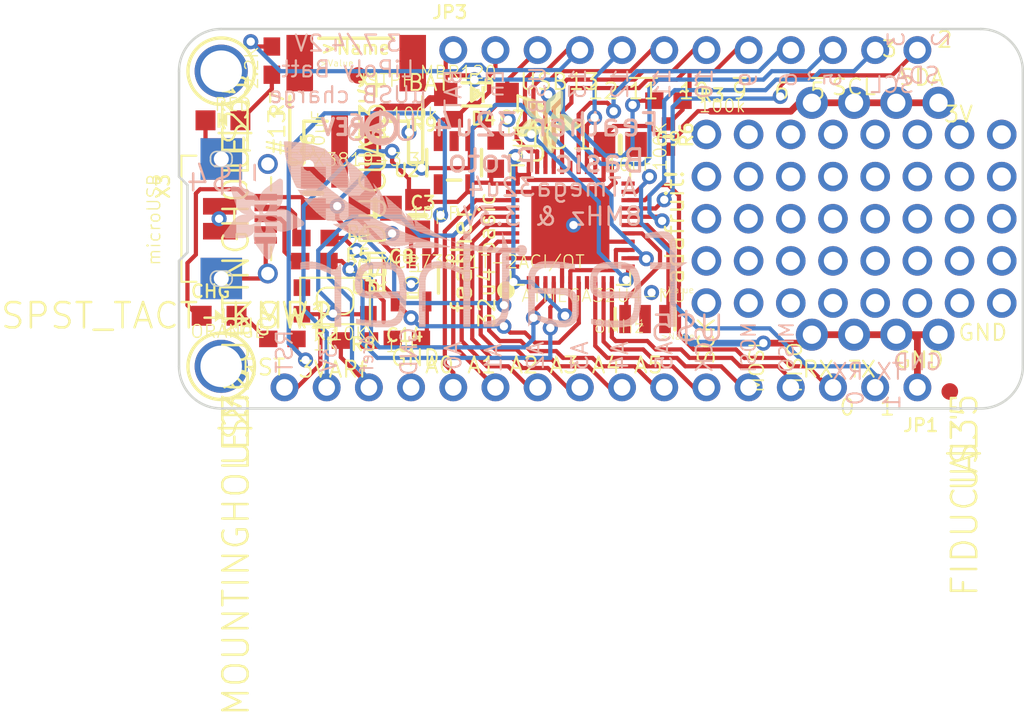
<source format=kicad_pcb>
(kicad_pcb (version 4) (host pcbnew 4.0.6)
  (layers (0 Top signal) (31 Bottom signal) (34 B.Paste user) (35 F.Paste user) (36 B.SilkS user) (37 F.SilkS user) (38 B.Mask user) (39 F.Mask user) (44 Edge.Cuts user))
  (net 0 "")
  (net 1 GND)
  (net 2 D-)
  (net 3 D+)
  (net 4 MOSI)
  (net 5 MISO)
  (net 6 SCK)
  (net 7 RST)
  (net 8 N$11)
  (net 9 N$12)
  (net 10 A5)
  (net 11 A4)
  (net 12 A3)
  (net 13 A2)
  (net 14 A1)
  (net 15 5)
  (net 16 11)
  (net 17 10)
  (net 18 6)
  (net 19 12)
  (net 20 2)
  (net 21 N$15)
  (net 22 N$16)
  (net 23 1)
  (net 24 0)
  (net 25 +3V3)
  (net 26 VBUS)
  (net 27 VBAT)
  (net 28 N$2)
  (net 29 AREF)
  (net 30 13)
  (net 31 A0)
  (net 32 9)
  (net 33 3)
  (net 34 N$1)
  (net 35 N$3)
  (net 36 N$4)
  (net 37 D4)
  (net 38 D8)
  (net 39 D7)
  (net 40 EN)
  (module "" (layer Top) (at 171.3611 96.1136)
    (fp_text reference @HOLE0 hide)
    (fp_text value "" (at 0 0) (layer F.SilkS))
    (pad "" np_thru_hole circle (at 0 0) (size 2.54 2.54) (drill 2.54) (layers *.Cu))
  )
  (module "" (layer Top) (at 171.3611 113.8936)
    (fp_text reference @HOLE1 hide)
    (fp_text value "" (at 0 0) (layer F.SilkS))
    (pad "" np_thru_hole circle (at 0 0) (size 2.54 2.54) (drill 2.54) (layers *.Cu))
  )
  (module 0805-NO (layer Top) (at 131.1891 103.4746 90)
    (fp_text reference C6 (at 2.032 0.127 90) (layer F.SilkS) (effects (font (size 0.77216 0.77216) (thickness 0.138988)) (justify left bottom)))
    (fp_text value 10µF (at 2.032 0.762 90) (layer F.SilkS) (effects (font (size 0.77216 0.77216) (thickness 0.077216)) (justify left bottom)))
    (pad 1 smd rect (at -0.95 0 90) (size 1.3 1.5) (layers Top F.Paste F.Mask) (net 26 VBUS))
    (pad 2 smd rect (at 0.95 0 90) (size 1.3 1.5) (layers Top F.Paste F.Mask) (net 1 GND))
  )
  (module 0603-NO (layer Top) (at 142.1681 101.1426 90)
    (fp_text reference C7 (at 1.778 0.127 360) (layer F.SilkS) (effects (font (size 0.77216 0.77216) (thickness 0.138988)) (justify left bottom)))
    (fp_text value 1uF (at 1.778 0.762 90) (layer F.SilkS) (effects (font (size 0.77216 0.77216) (thickness 0.077216)) (justify right top)))
    (pad 1 smd rect (at -0.85 0 90) (size 1.1 1) (layers Top F.Paste F.Mask) (net 25 +3V3))
    (pad 2 smd rect (at 0.85 0 90) (size 1.1 1) (layers Top F.Paste F.Mask) (net 1 GND))
  )
  (module 0805-NO (layer Top) (at 137.4671 104.8096 270)
    (fp_text reference C8 (at 2.032 0.127 360) (layer F.SilkS) (effects (font (size 0.77216 0.77216) (thickness 0.138988)) (justify right top)))
    (fp_text value 10µF (at 2.032 0.762 450) (layer F.SilkS) (effects (font (size 0.77216 0.77216) (thickness 0.077216)) (justify right top)))
    (pad 1 smd rect (at -0.95 0 270) (size 1.3 1.5) (layers Top F.Paste F.Mask) (net 25 +3V3))
    (pad 2 smd rect (at 0.95 0 270) (size 1.3 1.5) (layers Top F.Paste F.Mask) (net 1 GND))
  )
  (module 0603-NO (layer Top) (at 131.3201 106.1656)
    (fp_text reference R4 (at 1.778 0.127) (layer F.SilkS) (effects (font (size 0.77216 0.77216) (thickness 0.138988)) (justify left bottom)))
    (fp_text value 22 (at 1.778 0.762) (layer F.SilkS) (effects (font (size 0.77216 0.77216) (thickness 0.077216)) (justify left bottom)))
    (pad 1 smd rect (at -0.85 0) (size 1.1 1) (layers Top F.Paste F.Mask) (net 22 N$16))
    (pad 2 smd rect (at 0.85 0) (size 1.1 1) (layers Top F.Paste F.Mask) (net 2 D-))
  )
  (module 0603-NO (layer Top) (at 131.250888 107.554912)
    (fp_text reference R5 (at 1.778 0.127) (layer F.SilkS) (effects (font (size 0.77216 0.77216) (thickness 0.138988)) (justify left bottom)))
    (fp_text value 22 (at 1.778 0.762) (layer F.SilkS) (effects (font (size 0.77216 0.77216) (thickness 0.077216)) (justify left bottom)))
    (pad 1 smd rect (at -0.85 0) (size 1.1 1) (layers Top F.Paste F.Mask) (net 21 N$15))
    (pad 2 smd rect (at 0.85 0) (size 1.1 1) (layers Top F.Paste F.Mask) (net 3 D+))
  )
  (module 0805-NO (layer Top) (at 149.6663 100.528194)
    (fp_text reference C9 (at 2.032 0.127) (layer F.SilkS) (effects (font (size 0.77216 0.77216) (thickness 0.138988)) (justify left bottom)))
    (fp_text value 10uF (at 2.032 0.762) (layer F.SilkS) (effects (font (size 0.77216 0.77216) (thickness 0.077216)) (justify right top)))
    (pad 1 smd rect (at -0.95 0) (size 1.3 1.5) (layers Top F.Paste F.Mask) (net 25 +3V3))
    (pad 2 smd rect (at 0.95 0) (size 1.3 1.5) (layers Top F.Paste F.Mask) (net 1 GND))
  )
  (module CHIPLED_0805_NOOUTLINE (layer Top) (at 125.7461 99.0746 90)
    (fp_text reference L (at -1.016 1.778 360) (layer F.SilkS) (effects (font (size 0.77216 0.77216) (thickness 0.138988)) (justify right top)))
    (fp_text value RED (at 1.397 1.778 360) (layer F.SilkS) (effects (font (size 0.77216 0.77216) (thickness 0.077216)) (justify right top)))
    (pad C smd rect (at 0 -1.05 90) (size 1.2 1.2) (layers Top F.Paste F.Mask) (net 1 GND))
    (pad A smd rect (at 0 1.05 90) (size 1.2 1.2) (layers Top F.Paste F.Mask) (net 28 N$2))
  )
  (module TQFN44_7MM (layer Top) (at 146.6596 105.3846)
    (fp_text reference IC1 (at -2.6 -4.4) (layer F.SilkS) (effects (font (size 1.6891 1.6891) (thickness 0.135128)) (justify left bottom)))
    (fp_text value ATMEGA32U4-MU (at -3 4.7) (layer F.SilkS) (effects (font (size 0.77216 0.77216) (thickness 0.061772)) (justify left bottom)))
    (pad 1 smd rect (at -2.5 3.475 90) (size 0.8 0.25) (layers Top F.Paste F.Mask) (net 39 D7))
    (pad 2 smd rect (at -2 3.475 90) (size 0.8 0.25) (layers Top F.Paste F.Mask))
    (pad 3 smd rect (at -1.5 3.475 90) (size 0.8 0.25) (layers Top F.Paste F.Mask) (net 2 D-))
    (pad 4 smd rect (at -1 3.475 90) (size 0.8 0.25) (layers Top F.Paste F.Mask) (net 3 D+))
    (pad 5 smd rect (at -0.5 3.475 90) (size 0.8 0.25) (layers Top F.Paste F.Mask) (net 1 GND))
    (pad 6 smd rect (at 0 3.475 90) (size 0.8 0.25) (layers Top F.Paste F.Mask) (net 25 +3V3))
    (pad 7 smd rect (at 0.5 3.475 90) (size 0.8 0.25) (layers Top F.Paste F.Mask) (net 26 VBUS))
    (pad 8 smd rect (at 1 3.475 90) (size 0.8 0.25) (layers Top F.Paste F.Mask))
    (pad 9 smd rect (at 1.5 3.475 90) (size 0.8 0.25) (layers Top F.Paste F.Mask) (net 6 SCK))
    (pad 10 smd rect (at 2 3.475 90) (size 0.8 0.25) (layers Top F.Paste F.Mask) (net 4 MOSI))
    (pad 11 smd rect (at 2.5 3.475 90) (size 0.8 0.25) (layers Top F.Paste F.Mask) (net 5 MISO))
    (pad 12 smd rect (at 3.475 2.5 180) (size 0.8 0.25) (layers Top F.Paste F.Mask) (net 16 11))
    (pad 13 smd rect (at 3.475 2 180) (size 0.8 0.25) (layers Top F.Paste F.Mask) (net 7 RST))
    (pad 14 smd rect (at 3.475 1.5 180) (size 0.8 0.25) (layers Top F.Paste F.Mask) (net 25 +3V3))
    (pad 15 smd rect (at 3.475 1 180) (size 0.8 0.25) (layers Top F.Paste F.Mask) (net 1 GND))
    (pad 16 smd rect (at 3.475 0.5 180) (size 0.8 0.25) (layers Top F.Paste F.Mask) (net 8 N$11))
    (pad 17 smd rect (at 3.475 0 180) (size 0.8 0.25) (layers Top F.Paste F.Mask) (net 9 N$12))
    (pad 18 smd rect (at 3.475 -0.5 180) (size 0.8 0.25) (layers Top F.Paste F.Mask) (net 33 3))
    (pad 19 smd rect (at 3.475 -1 180) (size 0.8 0.25) (layers Top F.Paste F.Mask) (net 20 2))
    (pad 20 smd rect (at 3.475 -1.5 180) (size 0.8 0.25) (layers Top F.Paste F.Mask) (net 24 0))
    (pad 21 smd rect (at 3.475 -2 180) (size 0.8 0.25) (layers Top F.Paste F.Mask) (net 23 1))
    (pad 22 smd rect (at 3.475 -2.5 180) (size 0.8 0.25) (layers Top F.Paste F.Mask))
    (pad 23 smd rect (at 2.5 -3.475 270) (size 0.8 0.25) (layers Top F.Paste F.Mask) (net 1 GND))
    (pad 24 smd rect (at 2 -3.475 270) (size 0.8 0.25) (layers Top F.Paste F.Mask) (net 25 +3V3))
    (pad 25 smd rect (at 1.5 -3.475 270) (size 0.8 0.25) (layers Top F.Paste F.Mask) (net 37 D4))
    (pad 26 smd rect (at 1 -3.475 270) (size 0.8 0.25) (layers Top F.Paste F.Mask) (net 19 12))
    (pad 27 smd rect (at 0.5 -3.475 270) (size 0.8 0.25) (layers Top F.Paste F.Mask) (net 18 6))
    (pad 28 smd rect (at 0 -3.475 270) (size 0.8 0.25) (layers Top F.Paste F.Mask) (net 38 D8))
    (pad 29 smd rect (at -0.5 -3.475 270) (size 0.8 0.25) (layers Top F.Paste F.Mask) (net 32 9))
    (pad 30 smd rect (at -1 -3.475 270) (size 0.8 0.25) (layers Top F.Paste F.Mask) (net 17 10))
    (pad 31 smd rect (at -1.5 -3.475 270) (size 0.8 0.25) (layers Top F.Paste F.Mask) (net 15 5))
    (pad 32 smd rect (at -2 -3.475 270) (size 0.8 0.25) (layers Top F.Paste F.Mask) (net 30 13))
    (pad 33 smd rect (at -2.5 -3.475 270) (size 0.8 0.25) (layers Top F.Paste F.Mask) (net 25 +3V3))
    (pad 34 smd rect (at -3.475 -2.5) (size 0.8 0.25) (layers Top F.Paste F.Mask) (net 25 +3V3))
    (pad 35 smd rect (at -3.475 -2) (size 0.8 0.25) (layers Top F.Paste F.Mask) (net 1 GND))
    (pad 36 smd rect (at -3.475 -1.5) (size 0.8 0.25) (layers Top F.Paste F.Mask) (net 31 A0))
    (pad 37 smd rect (at -3.475 -1) (size 0.8 0.25) (layers Top F.Paste F.Mask) (net 14 A1))
    (pad 38 smd rect (at -3.475 -0.5) (size 0.8 0.25) (layers Top F.Paste F.Mask) (net 13 A2))
    (pad 39 smd rect (at -3.475 0) (size 0.8 0.25) (layers Top F.Paste F.Mask) (net 12 A3))
    (pad 40 smd rect (at -3.475 0.5) (size 0.8 0.25) (layers Top F.Paste F.Mask) (net 11 A4))
    (pad 41 smd rect (at -3.475 1) (size 0.8 0.25) (layers Top F.Paste F.Mask) (net 10 A5))
    (pad 42 smd rect (at -3.475 1.5) (size 0.8 0.25) (layers Top F.Paste F.Mask) (net 29 AREF))
    (pad 43 smd rect (at -3.475 2) (size 0.8 0.25) (layers Top F.Paste F.Mask) (net 1 GND))
    (pad 44 smd rect (at -3.475 2.5) (size 0.8 0.25) (layers Top F.Paste F.Mask) (net 25 +3V3))
    (pad THER smd rect (at 0 0) (size 4.7 4.7) (layers Top F.Paste F.Mask))
  )
  (module 0603-NO (layer Top) (at 133.6929 112.343006)
    (fp_text reference C14 (at 1.778 0.127) (layer F.SilkS) (effects (font (size 0.77216 0.77216) (thickness 0.138988)) (justify left bottom)))
    (fp_text value 1uF (at 1.778 0.762) (layer F.SilkS) (effects (font (size 0.77216 0.77216) (thickness 0.077216)) (justify left bottom)))
    (pad 1 smd rect (at -0.85 0) (size 1.1 1) (layers Top F.Paste F.Mask) (net 29 AREF))
    (pad 2 smd rect (at 0.85 0) (size 1.1 1) (layers Top F.Paste F.Mask) (net 1 GND))
  )
  (module 0603-NO (layer Top) (at 128.6891 95.4786 270)
    (fp_text reference R7 (at 1.778 0.127 450) (layer F.SilkS) (effects (font (size 0.77216 0.77216) (thickness 0.138988)) (justify right top)))
    (fp_text value 2.2K (at 1.778 0.762 450) (layer F.SilkS) (effects (font (size 0.77216 0.77216) (thickness 0.077216)) (justify left bottom)))
    (pad 1 smd rect (at -0.85 0 270) (size 1.1 1) (layers Top F.Paste F.Mask) (net 30 13))
    (pad 2 smd rect (at 0.85 0 270) (size 1.1 1) (layers Top F.Paste F.Mask) (net 28 N$2))
  )
  (module FIDUCIAL_1MM (layer Top) (at 133.8961 96.3676 270)
    (fp_text reference U$34 (at 0 0 270) (layer F.SilkS) (effects (justify right top)))
    (fp_text value FIDUCIAL"" (at 0 0 270) (layer F.SilkS) (effects (justify right top)))
    (pad 1 smd circle (at 0 0 270) (size 1 1) (layers Top F.Paste F.Mask))
  )
  (module FIDUCIAL_1MM (layer Top) (at 169.5033 115.4106 270)
    (fp_text reference U$35 (at 0 0 270) (layer F.SilkS) (effects (justify right top)))
    (fp_text value FIDUCIAL"" (at 0 0 270) (layer F.SilkS) (effects (justify right top)))
    (pad 1 smd circle (at 0 0 270) (size 1 1) (layers Top F.Paste F.Mask))
  )
  (module KMR2 (layer Top) (at 132.4991 109.9566 180)
    (fp_text reference SW1 (at 0 0 180) (layer F.SilkS) (effects (justify right top)))
    (fp_text value SPST_TACT-KMR2 (at 0 0 180) (layer F.SilkS) (effects (justify right top)))
    (pad 1 smd rect (at 2 -0.8 180) (size 1 1) (layers Top F.Paste F.Mask) (net 7 RST))
    (pad 2 smd rect (at 2 0.8 180) (size 1 1) (layers Top F.Paste F.Mask) (net 1 GND))
    (pad 4 smd rect (at -2 0.8 180) (size 1 1) (layers Top F.Paste F.Mask) (net 1 GND))
    (pad 3 smd rect (at -2 -0.8 180) (size 1 1) (layers Top F.Paste F.Mask) (net 7 RST))
  )
  (module MOUNTINGHOLE_2.5_PLATED (layer Top) (at 125.6411 96.1136 270)
    (fp_text reference U$31 (at 0 0 270) (layer F.SilkS) (effects (justify right top)))
    (fp_text value MOUNTINGHOLE2.5 (at 0 0 270) (layer F.SilkS) (effects (justify right top)))
    (pad P$1 thru_hole circle (at 0 0 270) (size 3.2 3.2) (drill 2.5) (layers *.Cu *.Mask))
  )
  (module MOUNTINGHOLE_2.5_PLATED (layer Top) (at 125.6411 113.8936 270)
    (fp_text reference U$32 (at 0 0 270) (layer F.SilkS) (effects (justify right top)))
    (fp_text value MOUNTINGHOLE2.5 (at 0 0 270) (layer F.SilkS) (effects (justify right top)))
    (pad P$1 thru_hole circle (at 0 0 270) (size 3.2 3.2) (drill 2.5) (layers *.Cu *.Mask))
  )
  (module RESONATOR-SMD (layer Top) (at 151.157206 111.046994 180)
    (fp_text reference Y1 (at 0 0 360) (layer F.SilkS) (effects (font (size 0.38608 0.38608) (thickness 0.030886)) (justify right top)))
    (fp_text value 8MHz (at 0 0 360) (layer F.SilkS) (effects (font (size 0.77216 0.77216) (thickness 0.061772)) (justify right top)))
    (fp_text user >Name (at -0.889 -1.27 180) (layer F.SilkS) (effects (font (size 0.38608 0.38608) (thickness 0.032512)) (justify left bottom)))
    (fp_text user >Value (at -0.889 1.524 180) (layer F.SilkS) (effects (font (size 0.38608 0.38608) (thickness 0.032512)) (justify left bottom)))
    (pad 1 smd rect (at -1.2 0 180) (size 0.7 1.7) (layers Top F.Paste F.Mask) (net 9 N$12))
    (pad 2 smd rect (at 0 0 180) (size 0.7 1.7) (layers Top F.Paste F.Mask) (net 1 GND))
    (pad 3 smd rect (at 1.2 0 180) (size 0.7 1.7) (layers Top F.Paste F.Mask) (net 8 N$11))
  )
  (module 4UCONN_20329_V2 (layer Top) (at 127.5461 105.0036 270)
    (fp_text reference X3 (at -2.778 5.852 450) (layer F.SilkS) (effects (font (size 0.77216 0.77216) (thickness 0.138988)) (justify right top)))
    (fp_text value microUSB (at -2.778 6.41 450) (layer F.SilkS) (effects (font (size 0.77216 0.77216) (thickness 0.077216)) (justify right top)))
    (fp_arc (start -3.7 1.6) (end -4.05 1.6) (angle 90) (layer Edge.Cuts) (width 0))
    (fp_line (start -3.7 1.25) (end -3.5 1.25) (layer Edge.Cuts) (width 0))
    (fp_arc (start -3.5 1.6) (end -3.5 1.25) (angle 90) (layer Edge.Cuts) (width 0))
    (fp_line (start -3.15 1.6) (end -3.15 2.15) (layer Edge.Cuts) (width 0))
    (fp_arc (start -3.525 2.175) (end -3.15 2.15) (angle 90) (layer Edge.Cuts) (width 0))
    (fp_line (start -3.5 2.55) (end -3.7 2.55) (layer Edge.Cuts) (width 0))
    (fp_arc (start -3.675 2.175) (end -3.7 2.55) (angle 90) (layer Edge.Cuts) (width 0))
    (fp_line (start -4.05 2.15) (end -4.05 1.6) (layer Edge.Cuts) (width 0))
    (fp_arc (start 3.65 2.15) (end 4.05 2.2) (angle 90) (layer Edge.Cuts) (width 0))
    (fp_arc (start 3.55 2.15) (end 3.6 2.55) (angle 90) (layer Edge.Cuts) (width 0))
    (fp_line (start 4.05 1.6) (end 4.05 2.2) (layer Edge.Cuts) (width 0))
    (fp_arc (start 3.65 1.65) (end 3.6 1.25) (angle 90) (layer Edge.Cuts) (width 0))
    (fp_arc (start 3.55 1.65) (end 3.15 1.6) (angle 90) (layer Edge.Cuts) (width 0))
    (fp_line (start 3.15 2.2) (end 3.15 1.6) (layer Edge.Cuts) (width 0))
    (pad "" np_thru_hole circle (at -1.95 0 270) (size 0.7 0.7) (drill 0.7) (layers *.Cu))
    (pad "" np_thru_hole circle (at 1.95 0 270) (size 0.7 0.7) (drill 0.7) (layers *.Cu))
    (pad SPRT thru_hole rect (at 3.6 1.9) (size 2.5 2.5) (drill 0.9) (layers *.Cu *.Mask))
    (pad SPRT thru_hole rect (at -3.6 1.9) (size 2.5 2.5) (drill 0.9) (layers *.Cu *.Mask))
    (pad SPRT thru_hole circle (at -3.3 -0.9 90) (size 1.2 1.2) (drill 0.8) (layers *.Cu *.Mask))
    (pad SPRT thru_hole circle (at 3.3 -0.9 270) (size 1.2 1.2) (drill 0.8) (layers *.Cu *.Mask))
    (pad VBUS smd rect (at -1.3 -0.775 270) (size 0.4 1.35) (layers Top F.Paste F.Mask) (net 26 VBUS))
    (pad D- smd rect (at -0.65 -0.775 270) (size 0.4 1.35) (layers Top F.Paste F.Mask) (net 22 N$16))
    (pad D+ smd rect (at 0 -0.775 270) (size 0.4 1.35) (layers Top F.Paste F.Mask) (net 21 N$15))
    (pad ID smd rect (at 0.65 -0.775 270) (size 0.4 1.35) (layers Top F.Paste F.Mask))
    (pad GND smd rect (at 1.3 -0.775 270) (size 0.4 1.35) (layers Top F.Paste F.Mask) (net 1 GND))
    (pad BASE smd rect (at -0.75 2) (size 2 1) (layers Top F.Paste F.Mask))
    (pad BASE smd rect (at 0.75 2) (size 2 1) (layers Top F.Paste F.Mask))
  )
  (module SOT23-5 (layer Top) (at 139.6619 101.6254 180)
    (fp_text reference U2 (at 1.978 0 360) (layer F.SilkS) (effects (font (size 0.77216 0.77216) (thickness 0.138988)) (justify right top)))
    (fp_text value SPX3819-3.3 (at 1.978 0.635 360) (layer F.SilkS) (effects (font (size 0.77216 0.77216) (thickness 0.077216)) (justify right top)))
    (pad 1 smd rect (at -0.95 1.3001 180) (size 0.55 1.2) (layers Top F.Paste F.Mask) (net 26 VBUS))
    (pad 2 smd rect (at 0 1.3001 180) (size 0.55 1.2) (layers Top F.Paste F.Mask) (net 1 GND))
    (pad 3 smd rect (at 0.95 1.3001 180) (size 0.55 1.2) (layers Top F.Paste F.Mask) (net 40 EN))
    (pad 4 smd rect (at 0.95 -1.3001 180) (size 0.55 1.2) (layers Top F.Paste F.Mask))
    (pad 5 smd rect (at -0.95 -1.3001 180) (size 0.55 1.2) (layers Top F.Paste F.Mask) (net 25 +3V3))
  )
  (module SOD-123 (layer Top) (at 141.0081 97.5106 180)
    (fp_text reference D4 (at -1.27 -1.016 360) (layer F.SilkS) (effects (font (size 0.77216 0.77216) (thickness 0.138988)) (justify right top)))
    (fp_text value MBR120 (at -1.27 1.778 360) (layer F.SilkS) (effects (font (size 0.77216 0.77216) (thickness 0.077216)) (justify right top)))
    (pad C smd rect (at -1.85 0 270) (size 1.4 1.4) (layers Top F.Paste F.Mask) (net 26 VBUS))
    (pad A smd rect (at 1.85 0 270) (size 1.4 1.4) (layers Top F.Paste F.Mask) (net 27 VBAT))
  )
  (module 1X16_ROUND (layer Top) (at 148.5011 115.1636 180)
    (fp_text reference JP1 (at -20.3962 -1.8288 360) (layer F.SilkS) (effects (font (size 0.77216 0.77216) (thickness 0.138988)) (justify right top)))
    (fp_text value "" (at -20.32 3.175 360) (layer F.SilkS) (effects (font (size 0.38608 0.38608) (thickness 0.038608)) (justify right top)))
    (pad 1 thru_hole circle (at -19.05 0 270) (size 1.6764 1.6764) (drill 1) (layers *.Cu *.Mask) (net 1 GND))
    (pad 2 thru_hole circle (at -16.51 0 270) (size 1.6764 1.6764) (drill 1) (layers *.Cu *.Mask) (net 23 1))
    (pad 3 thru_hole circle (at -13.97 0 270) (size 1.6764 1.6764) (drill 1) (layers *.Cu *.Mask) (net 24 0))
    (pad 4 thru_hole circle (at -11.43 0 270) (size 1.6764 1.6764) (drill 1) (layers *.Cu *.Mask) (net 5 MISO))
    (pad 5 thru_hole circle (at -8.89 0 270) (size 1.6764 1.6764) (drill 1) (layers *.Cu *.Mask) (net 4 MOSI))
    (pad 6 thru_hole circle (at -6.35 0 270) (size 1.6764 1.6764) (drill 1) (layers *.Cu *.Mask) (net 6 SCK))
    (pad 7 thru_hole circle (at -3.81 0 270) (size 1.6764 1.6764) (drill 1) (layers *.Cu *.Mask) (net 10 A5))
    (pad 8 thru_hole circle (at -1.27 0 270) (size 1.6764 1.6764) (drill 1) (layers *.Cu *.Mask) (net 11 A4))
    (pad 9 thru_hole circle (at 1.27 0 270) (size 1.6764 1.6764) (drill 1) (layers *.Cu *.Mask) (net 12 A3))
    (pad 10 thru_hole circle (at 3.81 0 270) (size 1.6764 1.6764) (drill 1) (layers *.Cu *.Mask) (net 13 A2))
    (pad 11 thru_hole circle (at 6.35 0 270) (size 1.6764 1.6764) (drill 1) (layers *.Cu *.Mask) (net 14 A1))
    (pad 12 thru_hole circle (at 8.89 0 270) (size 1.6764 1.6764) (drill 1) (layers *.Cu *.Mask) (net 31 A0))
    (pad 13 thru_hole circle (at 11.43 0 270) (size 1.6764 1.6764) (drill 1) (layers *.Cu *.Mask) (net 1 GND))
    (pad 14 thru_hole circle (at 13.97 0 270) (size 1.6764 1.6764) (drill 1) (layers *.Cu *.Mask) (net 29 AREF))
    (pad 15 thru_hole circle (at 16.51 0 270) (size 1.6764 1.6764) (drill 1) (layers *.Cu *.Mask) (net 25 +3V3))
    (pad 16 thru_hole circle (at 19.05 0 270) (size 1.6764 1.6764) (drill 1) (layers *.Cu *.Mask) (net 7 RST))
  )
  (module ADAFRUIT_3.5MM (layer Top) (at 143.4211 97.2566 270)
    (fp_text reference U$7 (at 0 0 270) (layer F.SilkS) (effects (justify right top)))
    (fp_text value "" (at 0 0 270) (layer F.SilkS) (effects (justify right top)))
  )
  (module JSTPH2 (layer Top) (at 133.7691 97.1296)
    (fp_text reference X1 (at 0 0) (layer F.SilkS) (effects (font (size 0.77216 0.77216) (thickness 0.138988)) (justify left bottom)))
    (fp_text value JSTPH (at 0 0) (layer F.SilkS) (effects (font (size 0.77216 0.77216) (thickness 0.077216)) (justify left bottom)))
    (fp_text user >Name (at -2.2225 -1.9685) (layer F.SilkS) (effects (font (size 0.77216 0.77216) (thickness 0.146304)) (justify left bottom)))
    (fp_text user >Value (at -2.2225 -1.27) (layer F.SilkS) (effects (font (size 0.38608 0.38608) (thickness 0.04064)) (justify left bottom)))
    (pad 1 smd rect (at -1 3.7) (size 1 4.6) (layers Top F.Paste F.Mask) (net 1 GND))
    (pad 2 smd rect (at 1 3.7) (size 1 4.6) (layers Top F.Paste F.Mask) (net 27 VBAT))
    (pad NC1 smd rect (at -3.4 -1.5 90) (size 3.4 1.6) (layers Top F.Paste F.Mask))
    (pad NC2 smd rect (at 3.4 -1.5 90) (size 3.4 1.6) (layers Top F.Paste F.Mask))
  )
  (module 1X12_ROUND (layer Top) (at 153.5811 94.8436)
    (fp_text reference JP3 (at -15.3162 -1.8288) (layer F.SilkS) (effects (font (size 0.77216 0.77216) (thickness 0.138988)) (justify left bottom)))
    (fp_text value "" (at -15.24 3.175) (layer F.SilkS) (effects (font (size 0.38608 0.38608) (thickness 0.038608)) (justify left bottom)))
    (pad 1 thru_hole circle (at -13.97 0 90) (size 1.6764 1.6764) (drill 1) (layers *.Cu *.Mask) (net 27 VBAT))
    (pad 2 thru_hole circle (at -11.43 0 90) (size 1.6764 1.6764) (drill 1) (layers *.Cu *.Mask) (net 40 EN))
    (pad 3 thru_hole circle (at -8.89 0 90) (size 1.6764 1.6764) (drill 1) (layers *.Cu *.Mask) (net 26 VBUS))
    (pad 4 thru_hole circle (at -6.35 0 90) (size 1.6764 1.6764) (drill 1) (layers *.Cu *.Mask) (net 30 13))
    (pad 5 thru_hole circle (at -3.81 0 90) (size 1.6764 1.6764) (drill 1) (layers *.Cu *.Mask) (net 19 12))
    (pad 6 thru_hole circle (at -1.27 0 90) (size 1.6764 1.6764) (drill 1) (layers *.Cu *.Mask) (net 16 11))
    (pad 7 thru_hole circle (at 1.27 0 90) (size 1.6764 1.6764) (drill 1) (layers *.Cu *.Mask) (net 17 10))
    (pad 8 thru_hole circle (at 3.81 0 90) (size 1.6764 1.6764) (drill 1) (layers *.Cu *.Mask) (net 32 9))
    (pad 9 thru_hole circle (at 6.35 0 90) (size 1.6764 1.6764) (drill 1) (layers *.Cu *.Mask) (net 18 6))
    (pad 10 thru_hole circle (at 8.89 0 90) (size 1.6764 1.6764) (drill 1) (layers *.Cu *.Mask) (net 15 5))
    (pad 11 thru_hole circle (at 11.43 0 90) (size 1.6764 1.6764) (drill 1) (layers *.Cu *.Mask) (net 33 3))
    (pad 12 thru_hole circle (at 13.97 0 90) (size 1.6764 1.6764) (drill 1) (layers *.Cu *.Mask) (net 20 2))
  )
  (module SOT23-5 (layer Top) (at 137.0711 108.6866 180)
    (fp_text reference U3 (at 1.978 0 360) (layer F.SilkS) (effects (font (size 0.77216 0.77216) (thickness 0.138988)) (justify right top)))
    (fp_text value MCP73831T-2ACI/OT (at 1.978 0.635 360) (layer F.SilkS) (effects (font (size 0.77216 0.77216) (thickness 0.077216)) (justify left bottom)))
    (pad 1 smd rect (at -0.95 1.3001 180) (size 0.55 1.2) (layers Top F.Paste F.Mask) (net 35 N$3))
    (pad 2 smd rect (at 0 1.3001 180) (size 0.55 1.2) (layers Top F.Paste F.Mask) (net 1 GND))
    (pad 3 smd rect (at 0.95 1.3001 180) (size 0.55 1.2) (layers Top F.Paste F.Mask) (net 27 VBAT))
    (pad 4 smd rect (at 0.95 -1.3001 180) (size 0.55 1.2) (layers Top F.Paste F.Mask) (net 26 VBUS))
    (pad 5 smd rect (at -0.95 -1.3001 180) (size 0.55 1.2) (layers Top F.Paste F.Mask) (net 36 N$4))
  )
  (module CHIPLED_0805_NOOUTLINE (layer Top) (at 125.5141 110.8456 270)
    (fp_text reference CHG (at -1.016 1.778 360) (layer F.SilkS) (effects (font (size 0.77216 0.77216) (thickness 0.138988)) (justify left bottom)))
    (fp_text value ORANGE (at 1.397 1.778 360) (layer F.SilkS) (effects (font (size 0.77216 0.77216) (thickness 0.077216)) (justify left bottom)))
    (pad C smd rect (at 0 -1.05 270) (size 1.2 1.2) (layers Top F.Paste F.Mask) (net 34 N$1))
    (pad A smd rect (at 0 1.05 270) (size 1.2 1.2) (layers Top F.Paste F.Mask) (net 26 VBUS))
  )
  (module 0603-NO (layer Top) (at 129.3241 112.2426)
    (fp_text reference R2 (at 1.778 0.127) (layer F.SilkS) (effects (font (size 0.77216 0.77216) (thickness 0.138988)) (justify left bottom)))
    (fp_text value 1K (at 1.778 0.762) (layer F.SilkS) (effects (font (size 0.77216 0.77216) (thickness 0.077216)) (justify left bottom)))
    (pad 1 smd rect (at -0.85 0) (size 1.1 1) (layers Top F.Paste F.Mask) (net 34 N$1))
    (pad 2 smd rect (at 0.85 0) (size 1.1 1) (layers Top F.Paste F.Mask) (net 35 N$3))
  )
  (module 0805-NO (layer Top) (at 134.9121 104.3686)
    (fp_text reference C3 (at 2.032 0.127) (layer F.SilkS) (effects (font (size 0.77216 0.77216) (thickness 0.138988)) (justify left bottom)))
    (fp_text value 10µF (at 2.032 0.762) (layer F.SilkS) (effects (font (size 0.77216 0.77216) (thickness 0.077216)) (justify left bottom)))
    (pad 1 smd rect (at -0.95 0) (size 1.3 1.5) (layers Top F.Paste F.Mask) (net 27 VBAT))
    (pad 2 smd rect (at 0.95 0) (size 1.3 1.5) (layers Top F.Paste F.Mask) (net 1 GND))
  )
  (module 0603-NO (layer Top) (at 136.8171 112.2426 180)
    (fp_text reference R8 (at 1.778 0.127 360) (layer F.SilkS) (effects (font (size 0.77216 0.77216) (thickness 0.138988)) (justify right top)))
    (fp_text value 10K\ (at 1.778 0.762 360) (layer F.SilkS) (effects (font (size 0.77216 0.77216) (thickness 0.077216)) (justify right top)))
    (pad 1 smd rect (at -0.85 0 180) (size 1.1 1) (layers Top F.Paste F.Mask) (net 36 N$4))
    (pad 2 smd rect (at 0.85 0 180) (size 1.1 1) (layers Top F.Paste F.Mask) (net 1 GND))
  )
  (module 0603-NO (layer Top) (at 152.5651 97.8916)
    (fp_text reference R3 (at 1.778 0.127) (layer F.SilkS) (effects (font (size 0.77216 0.77216) (thickness 0.138988)) (justify left bottom)))
    (fp_text value 100k (at 1.778 0.762) (layer F.SilkS) (effects (font (size 0.77216 0.77216) (thickness 0.077216)) (justify left bottom)))
    (pad 1 smd rect (at -0.85 0) (size 1.1 1) (layers Top F.Paste F.Mask) (net 27 VBAT))
    (pad 2 smd rect (at 0.85 0) (size 1.1 1) (layers Top F.Paste F.Mask) (net 32 9))
  )
  (module _0603MP (layer Top) (at 152.5651 100.0506 270)
    (fp_text reference R6 (at -0.9525 -0.635 450) (layer F.SilkS) (effects (font (size 0.77216 0.77216) (thickness 0.138988)) (justify right top)))
    (fp_text value 100K (at -0.9525 0.9525 450) (layer F.SilkS) (effects (font (size 0.77216 0.77216) (thickness 0.077216)) (justify right top)))
    (pad 1 smd rect (at -0.762 0 270) (size 0.8 0.8) (layers Top F.Paste F.Mask) (net 32 9))
    (pad 2 smd rect (at 0.762 0 270) (size 0.8 0.8) (layers Top F.Paste F.Mask) (net 1 GND))
  )
  (module 0603-NO (layer Top) (at 140.5001 99.0092 180)
    (fp_text reference R9 (at 1.778 0.127 360) (layer F.SilkS) (effects (font (size 0.77216 0.77216) (thickness 0.138988)) (justify right top)))
    (fp_text value 100k (at 1.778 0.762 360) (layer F.SilkS) (effects (font (size 0.77216 0.77216) (thickness 0.077216)) (justify right top)))
    (pad 1 smd rect (at -0.85 0 180) (size 1.1 1) (layers Top F.Paste F.Mask) (net 26 VBUS))
    (pad 2 smd rect (at 0.85 0 180) (size 1.1 1) (layers Top F.Paste F.Mask) (net 40 EN))
  )
  (module ADAFRUIT_5MM (layer Bottom) (at 125.7681 102.5906)
    (fp_text reference U$4 (at 0 0) (layer B.SilkS) (effects (justify mirror)))
    (fp_text value "" (at 0 0) (layer B.SilkS) (effects (justify mirror)))
  )
  (module FEATHERLOGO (layer Bottom) (at 153.7081 111.6076 180)
    (fp_text reference U$5 (at 0 0 180) (layer B.SilkS) (effects (justify mirror)))
    (fp_text value "" (at 0 0 180) (layer B.SilkS) (effects (justify mirror)))
  )
  (module PCBFEAT-REV-040 (layer Bottom) (at 135.2931 99.5426 180)
    (fp_text reference U$6 (at 0 0 180) (layer B.SilkS) (effects (justify mirror)))
    (fp_text value "" (at 0 0 180) (layer B.SilkS) (effects (justify mirror)))
    (fp_text user >REV (at -0.3556 -0.508 180) (layer B.SilkS) (effects (font (size 0.9652 0.9652) (thickness 0.2032)) (justify left bottom mirror)))
  )
  (gr_line (start 125.6411 116.4336) (end 171.3611 116.4336) (layer Edge.Cuts) (width 0.15))
  (gr_arc (start 171.3611 113.8936) (end 171.3611 116.4336) (angle -90) (layer Edge.Cuts) (width 0.15))
  (gr_line (start 173.9011 113.8936) (end 173.9011 96.1136) (layer Edge.Cuts) (width 0.15))
  (gr_arc (start 171.3611 96.1136) (end 173.9011 96.1136) (angle -90) (layer Edge.Cuts) (width 0.15))
  (gr_line (start 171.3611 93.5736) (end 125.6411 93.5736) (layer Edge.Cuts) (width 0.15))
  (gr_arc (start 125.6411 96.1136) (end 125.6411 93.5736) (angle -90) (layer Edge.Cuts) (width 0.15))
  (gr_line (start 123.1011 96.1136) (end 123.1011 102.4636) (layer Edge.Cuts) (width 0.15))
  (gr_line (start 123.1011 102.4636) (end 123.6091 102.9716) (layer Edge.Cuts) (width 0.15))
  (gr_line (start 123.6091 102.9716) (end 123.6091 107.0356) (layer Edge.Cuts) (width 0.15))
  (gr_line (start 123.6091 107.0356) (end 123.1011 107.5436) (layer Edge.Cuts) (width 0.15))
  (gr_line (start 123.1011 107.5436) (end 123.1011 113.8936) (layer Edge.Cuts) (width 0.15))
  (gr_arc (start 125.6411 113.8936) (end 123.1011 113.8936) (angle -90) (layer Edge.Cuts) (width 0.15))
  (gr_text USB (at 145.0721 96.7486) (layer F.SilkS) (effects (font (size 0.9652 0.9652) (thickness 0.12192))))
  (gr_text RST (at 129.5781 113.3856) (layer F.SilkS) (effects (font (size 0.9652 0.9652) (thickness 0.12192)) (justify right top)))
  (gr_text ARf (at 134.5311 113.5126) (layer F.SilkS) (effects (font (size 0.9652 0.9652) (thickness 0.12192)) (justify right top)))
  (gr_text 3V (at 132.1181 113.5126) (layer F.SilkS) (effects (font (size 0.9652 0.9652) (thickness 0.12192)) (justify right top)))
  (gr_text A5 (at 152.3111 113.2586) (layer F.SilkS) (effects (font (size 0.9652 0.9652) (thickness 0.12192)) (justify right top)))
  (gr_text A4 (at 149.7711 113.2586) (layer F.SilkS) (effects (font (size 0.9652 0.9652) (thickness 0.12192)) (justify right top)))
  (gr_text A3 (at 147.2311 113.2586) (layer F.SilkS) (effects (font (size 0.9652 0.9652) (thickness 0.12192)) (justify right top)))
  (gr_text A2 (at 144.8181 113.2586) (layer F.SilkS) (effects (font (size 0.9652 0.9652) (thickness 0.12192)) (justify right top)))
  (gr_text A1 (at 142.2781 113.2586) (layer F.SilkS) (effects (font (size 0.9652 0.9652) (thickness 0.12192)) (justify right top)))
  (gr_text A0 (at 139.7381 113.2586) (layer F.SilkS) (effects (font (size 0.9652 0.9652) (thickness 0.12192)) (justify right top)))
  (gr_text 13 (at 147.4851 96.7486) (layer F.SilkS) (effects (font (size 0.9652 0.9652) (thickness 0.12192))))
  (gr_text ~5 (at 162.0901 96.7486) (layer F.SilkS) (effects (font (size 0.9652 0.9652) (thickness 0.12192)) (justify right top)))
  (gr_text ~11 (at 152.0571 96.7486) (layer F.SilkS) (effects (font (size 0.9652 0.9652) (thickness 0.12192)) (justify right top)))
  (gr_text 10 (at 155.1051 96.7486) (layer F.SilkS) (effects (font (size 0.9652 0.9652) (thickness 0.12192)) (justify right top)))
  (gr_text ~9 (at 157.3911 96.7486) (layer F.SilkS) (effects (font (size 0.9652 0.9652) (thickness 0.12192)) (justify right top)))
  (gr_text SCK (at 154.8511 112.3696 90) (layer F.SilkS) (effects (font (size 0.9652 0.9652) (thickness 0.12192))))
  (gr_text MOSI (at 157.3911 112.3696 90) (layer F.SilkS) (effects (font (size 0.84455 0.84455) (thickness 0.10668)) (justify right top)))
  (gr_text MISO (at 159.6771 112.3696 90) (layer F.SilkS) (effects (font (size 0.84455 0.84455) (thickness 0.10668)) (justify right top)))
  (gr_text SCL (at 165.1381 96.4946) (layer F.SilkS) (effects (font (size 0.9652 0.9652) (thickness 0.12192)) (justify right top)))
  (gr_text SDA (at 167.8051 96.4946) (layer F.SilkS) (effects (font (size 0.9652 0.9652) (thickness 0.12192))))
  (gr_text 3 (at 166.4081 94.2086) (layer F.SilkS) (effects (font (size 0.9652 0.9652) (thickness 0.12192)) (justify right top)))
  (gr_text 2 (at 169.2021 94.2086) (layer F.SilkS) (effects (font (size 0.9652 0.9652) (thickness 0.12192))))
  (gr_text 0 (at 163.8681 115.7986) (layer F.SilkS) (effects (font (size 0.9652 0.9652) (thickness 0.12192)) (justify right top)))
  (gr_text 1 (at 166.2811 115.7986) (layer F.SilkS) (effects (font (size 0.9652 0.9652) (thickness 0.12192)) (justify right top)))
  (gr_text RX (at 162.5981 113.5126) (layer F.SilkS) (effects (font (size 0.9652 0.9652) (thickness 0.12192)) (justify right top)))
  (gr_text TX (at 165.1381 113.5126) (layer F.SilkS) (effects (font (size 0.9652 0.9652) (thickness 0.12192)) (justify right top)))
  (gr_text BAT (at 139.4841 96.2406) (layer F.SilkS) (effects (font (size 0.9652 0.9652) (thickness 0.12192)) (justify right top)))
  (gr_text 12 (at 149.6441 96.7486) (layer F.SilkS) (effects (font (size 0.9652 0.9652) (thickness 0.12192)) (justify right top)))
  (gr_text 6 (at 159.9311 96.7486) (layer F.SilkS) (effects (font (size 0.9652 0.9652) (thickness 0.12192)) (justify right top)))
  (gr_text GND (at 137.3251 113.3856) (layer F.SilkS) (effects (font (size 0.9652 0.9652) (thickness 0.12192))))
  (gr_text "#13" (at 128.4351 98.2726 90) (layer F.SilkS) (effects (font (size 0.9652 0.9652) (thickness 0.12192)) (justify right top)))
  (gr_text En (at 142.2781 96.2406) (layer F.SilkS) (effects (font (size 0.9652 0.9652) (thickness 0.12192)) (justify right top)))
  (gr_text GND (at 167.6781 113.5126) (layer F.SilkS) (effects (font (size 0.9652 0.9652) (thickness 0.12192))))
  (gr_text ~ (at 153.9621 96.7486) (layer F.SilkS) (effects (font (size 0.9652 0.9652) (thickness 0.12192)) (justify right top)))
  (gr_text RST (at 134.5311 106.9086 90) (layer F.SilkS) (effects (font (size 0.9652 0.9652) (thickness 0.12192)) (justify right top)))
  (gr_text CHG (at 128.6891 110.9726) (layer F.SilkS) (effects (font (size 0.9652 0.9652) (thickness 0.12192)) (justify right top)))
  (gr_text 3V (at 170.9801 98.1456) (layer F.SilkS) (effects (font (size 0.9652 0.9652) (thickness 0.12192)) (justify right top)))
  (gr_text GND (at 171.4881 111.8616) (layer F.SilkS) (effects (font (size 0.9652 0.9652) (thickness 0.12192))))
  (gr_text "3.7/4.2V\nLiPoly Batt\nµUSB charge" (at 133.2611 95.9866) (layer B.SilkS) (effects (font (size 0.9652 0.9652) (thickness 0.13208)) (justify mirror)))
  (gr_text "Feather 32u4\nBasic Proto" (at 145.1991 100.4316) (layer B.SilkS) (effects (font (size 1.35128 1.35128) (thickness 0.184912)) (justify mirror)))
  (gr_text "ATmega32u4\n8MHz & 3.3V" (at 145.5801 103.9876) (layer B.SilkS) (effects (font (size 1.08585 1.08585) (thickness 0.14859)) (justify mirror)))
  (gr_text USB (at 144.6911 97.2566 90) (layer B.SilkS) (effects (font (size 0.9652 0.9652) (thickness 0.12192)) (justify mirror)))
  (gr_text 13 (at 147.1041 96.8756 90) (layer B.SilkS) (effects (font (size 0.9652 0.9652) (thickness 0.12192)) (justify mirror)))
  (gr_text 5 (at 162.4711 96.6216 90) (layer B.SilkS) (effects (font (size 0.9652 0.9652) (thickness 0.12192)) (justify mirror)))
  (gr_text 11 (at 152.1841 96.8756 90) (layer B.SilkS) (effects (font (size 0.9652 0.9652) (thickness 0.12192)) (justify mirror)))
  (gr_text 10 (at 154.7241 96.8756 90) (layer B.SilkS) (effects (font (size 0.9652 0.9652) (thickness 0.12192)) (justify mirror)))
  (gr_text 9 (at 157.3911 96.6216 90) (layer B.SilkS) (effects (font (size 0.9652 0.9652) (thickness 0.12192)) (justify mirror)))
  (gr_text SCL (at 164.6301 96.3676) (layer B.SilkS) (effects (font (size 0.9652 0.9652) (thickness 0.12192)) (justify right top mirror)))
  (gr_text SDA (at 167.5511 96.3676) (layer B.SilkS) (effects (font (size 0.9652 0.9652) (thickness 0.12192)) (justify mirror)))
  (gr_text 3 (at 166.2811 94.2086 90) (layer B.SilkS) (effects (font (size 0.9652 0.9652) (thickness 0.12192)) (justify mirror)))
  (gr_text BAT (at 139.6111 97.2566 90) (layer B.SilkS) (effects (font (size 0.9652 0.9652) (thickness 0.12192)) (justify mirror)))
  (gr_text 12 (at 149.6441 96.8756 90) (layer B.SilkS) (effects (font (size 0.9652 0.9652) (thickness 0.12192)) (justify mirror)))
  (gr_text 6 (at 159.8041 96.6216 90) (layer B.SilkS) (effects (font (size 0.9652 0.9652) (thickness 0.12192)) (justify mirror)))
  (gr_text En (at 142.1511 96.8756 90) (layer B.SilkS) (effects (font (size 0.9652 0.9652) (thickness 0.12192)) (justify mirror)))
  (gr_text ~ (at 161.0741 96.3676 270) (layer B.SilkS) (effects (font (size 0.9652 0.9652) (thickness 0.12192)) (justify mirror)))
  (gr_text 2 (at 168.9481 94.2086 90) (layer B.SilkS) (effects (font (size 0.9652 0.9652) (thickness 0.12192)) (justify mirror)))
  (gr_text RST (at 129.4511 113.0046 90) (layer B.SilkS) (effects (font (size 0.9652 0.9652) (thickness 0.12192)) (justify mirror)))
  (gr_text Aref (at 134.4041 113.1316 90) (layer B.SilkS) (effects (font (size 0.77216 0.77216) (thickness 0.097536)) (justify mirror)))
  (gr_text 3V (at 132.1181 113.3856 90) (layer B.SilkS) (effects (font (size 0.9652 0.9652) (thickness 0.12192)) (justify mirror)))
  (gr_text A5 (at 152.3111 113.2586 90) (layer B.SilkS) (effects (font (size 0.9652 0.9652) (thickness 0.12192)) (justify mirror)))
  (gr_text A4 (at 149.6441 113.2586 90) (layer B.SilkS) (effects (font (size 0.9652 0.9652) (thickness 0.12192)) (justify mirror)))
  (gr_text A3 (at 147.2311 113.2586 90) (layer B.SilkS) (effects (font (size 0.9652 0.9652) (thickness 0.12192)) (justify mirror)))
  (gr_text A2 (at 144.5641 113.2586 90) (layer B.SilkS) (effects (font (size 0.9652 0.9652) (thickness 0.12192)) (justify mirror)))
  (gr_text A1 (at 142.0241 113.3856 90) (layer B.SilkS) (effects (font (size 0.9652 0.9652) (thickness 0.12192)) (justify mirror)))
  (gr_text A0 (at 139.6111 113.2586 90) (layer B.SilkS) (effects (font (size 0.9652 0.9652) (thickness 0.12192)) (justify mirror)))
  (gr_text SCK (at 154.7241 112.8776 90) (layer B.SilkS) (effects (font (size 0.9652 0.9652) (thickness 0.12192)) (justify mirror)))
  (gr_text MOSI (at 157.3911 112.7506 90) (layer B.SilkS) (effects (font (size 0.84455 0.84455) (thickness 0.10668)) (justify mirror)))
  (gr_text MISO (at 159.6771 112.7506 90) (layer B.SilkS) (effects (font (size 0.84455 0.84455) (thickness 0.10668)) (justify mirror)))
  (gr_text 0 (at 163.7411 115.7986 270) (layer B.SilkS) (effects (font (size 0.9652 0.9652) (thickness 0.12192)) (justify mirror)))
  (gr_text 1 (at 166.0271 116.0526 90) (layer B.SilkS) (effects (font (size 0.9652 0.9652) (thickness 0.12192)) (justify mirror)))
  (gr_text RX (at 162.3441 113.6396) (layer B.SilkS) (effects (font (size 0.9652 0.9652) (thickness 0.12192)) (justify right top mirror)))
  (gr_text TX (at 165.0111 113.6396) (layer B.SilkS) (effects (font (size 0.9652 0.9652) (thickness 0.12192)) (justify right top mirror)))
  (gr_text GND (at 136.9441 113.0046 90) (layer B.SilkS) (effects (font (size 0.9652 0.9652) (thickness 0.12192)) (justify mirror)))
  (gr_text GND (at 167.5511 113.6396) (layer B.SilkS) (effects (font (size 0.9652 0.9652) (thickness 0.12192)) (justify mirror)))
  (gr_text ~ (at 154.2161 96.7486 90) (layer B.SilkS) (effects (font (size 0.9652 0.9652) (thickness 0.12192)) (justify mirror)))
  (gr_text ~ (at 151.6761 96.7486 90) (layer B.SilkS) (effects (font (size 0.9652 0.9652) (thickness 0.12192)) (justify mirror)))
  (gr_text ~ (at 156.8831 96.6216 90) (layer B.SilkS) (effects (font (size 0.9652 0.9652) (thickness 0.12192)) (justify mirror)))
  (gr_text feather (at 140.1191 107.4801 90) (layer F.SilkS) (effects (font (size 1.2065 1.2065) (thickness 0.1524))))
  (gr_text "32u4 basic" (at 141.6431 107.4801 90) (layer F.SilkS) (effects (font (size 0.9652 0.9652) (thickness 0.12192))))
  (gr_text adafruit! (at 152.9461 105.5116 90) (layer F.SilkS) (effects (font (size 1.08585 1.08585) (thickness 0.13716))))
  (via (at 151.5491 109.4486) (size 0.9064) (drill 0.5) (layers Top Bottom) (net 0))
  (via (at 125.5141 105.0036) (size 0.9064) (drill 0.5) (layers Top Bottom) (net 0))
  (via (at 142.9131 99.0346) (size 0.9064) (drill 0.5) (layers Top Bottom) (net 0))
  (via (at 135.9281 105.8926) (size 0.9064) (drill 0.5) (layers Top Bottom) (net 0))
  (via (at 137.0711 108.9406) (size 0.9064) (drill 0.5) (layers Top Bottom) (net 0))
  (via (at 136.9441 99.7966) (size 0.9064) (drill 0.5) (layers Top Bottom) (net 0))
  (via (at 172.6311 99.9236) (size 1.778) (drill 1.1) (layers Top Bottom) (net 0))
  (via (at 172.6311 102.4636) (size 1.778) (drill 1.1) (layers Top Bottom) (net 0))
  (via (at 172.6311 105.0036) (size 1.778) (drill 1.1) (layers Top Bottom) (net 0))
  (via (at 172.6311 107.5436) (size 1.778) (drill 1.1) (layers Top Bottom) (net 0))
  (via (at 172.6311 110.0836) (size 1.778) (drill 1.1) (layers Top Bottom) (net 0))
  (via (at 170.0911 110.0836) (size 1.778) (drill 1.1) (layers Top Bottom) (net 0))
  (via (at 167.5511 110.0836) (size 1.778) (drill 1.1) (layers Top Bottom) (net 0))
  (via (at 165.0111 110.0836) (size 1.778) (drill 1.1) (layers Top Bottom) (net 0))
  (via (at 162.4711 110.0836) (size 1.778) (drill 1.1) (layers Top Bottom) (net 0))
  (via (at 159.9311 110.0836) (size 1.778) (drill 1.1) (layers Top Bottom) (net 0))
  (via (at 157.3911 110.0836) (size 1.778) (drill 1.1) (layers Top Bottom) (net 0))
  (via (at 157.3911 107.5436) (size 1.778) (drill 1.1) (layers Top Bottom) (net 0))
  (via (at 157.3911 105.0036) (size 1.778) (drill 1.1) (layers Top Bottom) (net 0))
  (via (at 157.3911 102.4636) (size 1.778) (drill 1.1) (layers Top Bottom) (net 0))
  (via (at 157.3911 99.9236) (size 1.778) (drill 1.1) (layers Top Bottom) (net 0))
  (via (at 159.9311 99.9236) (size 1.778) (drill 1.1) (layers Top Bottom) (net 0))
  (via (at 162.4711 99.9236) (size 1.778) (drill 1.1) (layers Top Bottom) (net 0))
  (via (at 165.0111 99.9236) (size 1.778) (drill 1.1) (layers Top Bottom) (net 0))
  (via (at 167.5511 99.9236) (size 1.778) (drill 1.1) (layers Top Bottom) (net 0))
  (via (at 170.0911 99.9236) (size 1.778) (drill 1.1) (layers Top Bottom) (net 0))
  (via (at 170.0911 102.4636) (size 1.778) (drill 1.1) (layers Top Bottom) (net 0))
  (via (at 170.0911 105.0036) (size 1.778) (drill 1.1) (layers Top Bottom) (net 0))
  (via (at 167.5511 105.0036) (size 1.778) (drill 1.1) (layers Top Bottom) (net 0))
  (via (at 159.9311 105.0036) (size 1.778) (drill 1.1) (layers Top Bottom) (net 0))
  (via (at 162.4711 105.0036) (size 1.778) (drill 1.1) (layers Top Bottom) (net 0))
  (via (at 165.0111 105.0036) (size 1.778) (drill 1.1) (layers Top Bottom) (net 0))
  (via (at 165.0111 107.5436) (size 1.778) (drill 1.1) (layers Top Bottom) (net 0))
  (via (at 162.4711 107.5436) (size 1.778) (drill 1.1) (layers Top Bottom) (net 0))
  (via (at 159.9311 107.5436) (size 1.778) (drill 1.1) (layers Top Bottom) (net 0))
  (via (at 167.5511 107.5436) (size 1.778) (drill 1.1) (layers Top Bottom) (net 0))
  (via (at 170.0911 107.5436) (size 1.778) (drill 1.1) (layers Top Bottom) (net 0))
  (via (at 167.5511 102.4636) (size 1.778) (drill 1.1) (layers Top Bottom) (net 0))
  (via (at 165.0111 102.4636) (size 1.778) (drill 1.1) (layers Top Bottom) (net 0))
  (via (at 162.4711 102.4636) (size 1.778) (drill 1.1) (layers Top Bottom) (net 0))
  (via (at 159.9311 102.4636) (size 1.778) (drill 1.1) (layers Top Bottom) (net 0))
  (via (at 154.8511 99.9236) (size 1.778) (drill 1.1) (layers Top Bottom) (net 0))
  (via (at 154.8511 102.4636) (size 1.778) (drill 1.1) (layers Top Bottom) (net 0))
  (via (at 154.8511 105.0036) (size 1.778) (drill 1.1) (layers Top Bottom) (net 0))
  (via (at 154.8511 107.5436) (size 1.778) (drill 1.1) (layers Top Bottom) (net 0))
  (via (at 154.8511 110.0836) (size 1.778) (drill 1.1) (layers Top Bottom) (net 0))
  (segment (start 145.178494 103.331994) (end 145.2311 103.3846) (width 0.254) (layer Top) (net 1))
  (segment (start 145.2311 103.3846) (end 146.9771 105.1306) (width 0.254) (layer Top) (net 1))
  (segment (start 149.319284 102.788416) (end 146.9771 105.1306) (width 0.254) (layer Top) (net 1))
  (via (at 146.8501 105.3846) (size 0.9064) (drill 0.5) (layers Top Bottom) (net 1))
  (segment (start 124.6961 99.0746) (end 124.6961 101.4036) (width 0.254) (layer Top) (net 1))
  (segment (start 124.6961 101.4036) (end 125.6461 101.4036) (width 0.254) (layer Top) (net 1))
  (segment (start 128.3211 106.3036) (end 128.3211 108.1786) (width 0.254) (layer Top) (net 1))
  (segment (start 128.3211 108.1786) (end 128.4461 108.3036) (width 0.254) (layer Top) (net 1))
  (segment (start 125.6461 108.6036) (end 128.1461 108.6036) (width 0.254) (layer Top) (net 1))
  (segment (start 128.1461 108.6036) (end 128.4461 108.3036) (width 0.254) (layer Top) (net 1))
  (segment (start 146.9771 105.1306) (end 146.9771 105.2576) (width 0.254) (layer Top) (net 1))
  (segment (start 146.9771 105.2576) (end 146.8501 105.3846) (width 0.254) (layer Top) (net 1))
  (segment (start 137.0711 107.3865) (end 137.0711 105.7596) (width 0.254) (layer Top) (net 1))
  (segment (start 137.0711 105.7596) (end 137.4671 105.7596) (width 0.254) (layer Top) (net 1))
  (segment (start 134.4991 109.1566) (end 134.6201 109.1566) (width 0.254) (layer Top) (net 1))
  (segment (start 134.6201 109.1566) (end 135.4201 109.9566) (width 0.254) (layer Top) (net 1))
  (segment (start 135.4201 109.9566) (end 135.4201 111.2266) (width 0.254) (layer Top) (net 1))
  (segment (start 146.8501 105.3846) (end 146.8501 105.8926) (width 0.254) (layer Top) (net 1))
  (segment (start 146.8501 105.8926) (end 145.3581 107.3846) (width 0.254) (layer Top) (net 1))
  (segment (start 146.319284 105.915416) (end 146.8501 105.3846) (width 0.254) (layer Top) (net 1))
  (via (at 161.2011 111.9886) (size 1.9304) (drill 1.1) (layers Top Bottom) (net 1))
  (via (at 163.7411 111.9886) (size 1.9304) (drill 1.1) (layers Top Bottom) (net 1))
  (via (at 166.2811 111.9886) (size 1.9304) (drill 1.1) (layers Top Bottom) (net 1))
  (via (at 168.8211 111.9886) (size 1.9304) (drill 1.1) (layers Top Bottom) (net 1))
  (via (at 158.2801 112.4966) (size 0.9064) (drill 0.5) (layers Top Bottom) (net 1))
  (segment (start 158.2801 112.4966) (end 153.9621 112.4966) (width 0.4064) (layer Bottom) (net 1))
  (segment (start 153.9621 112.4966) (end 153.5811 112.1156) (width 0.4064) (layer Bottom) (net 1))
  (segment (start 158.2801 112.4966) (end 160.6931 112.4966) (width 0.4064) (layer Top) (net 1))
  (segment (start 160.6931 112.4966) (end 161.2011 111.9886) (width 0.4064) (layer Top) (net 1))
  (segment (start 161.2011 111.9886) (end 163.7411 111.9886) (width 0.4064) (layer Top) (net 1))
  (segment (start 163.7411 111.9886) (end 166.2811 111.9886) (width 0.4064) (layer Top) (net 1))
  (segment (start 167.2971 111.9886) (end 168.8211 111.9886) (width 0.4064) (layer Top) (net 1))
  (segment (start 167.5511 115.1636) (end 167.5511 112.2426) (width 0.4064) (layer Top) (net 1))
  (segment (start 167.5511 112.2426) (end 167.2971 111.9886) (width 0.4064) (layer Top) (net 1))
  (segment (start 166.2811 111.9886) (end 167.2971 111.9886) (width 0.4064) (layer Top) (net 1))
  (segment (start 149.1596 101.9096) (end 149.1596 102.6141) (width 0.254) (layer Top) (net 1))
  (segment (start 149.1596 102.6141) (end 149.3901 102.8446) (width 0.254) (layer Top) (net 1))
  (segment (start 150.1346 106.3846) (end 147.8501 106.3846) (width 0.254) (layer Top) (net 1))
  (segment (start 147.8501 106.3846) (end 146.8501 105.3846) (width 0.254) (layer Top) (net 1))
  (segment (start 146.1596 108.8596) (end 146.1596 106.0751) (width 0.254) (layer Top) (net 1))
  (segment (start 146.1596 106.0751) (end 146.8501 105.3846) (width 0.254) (layer Top) (net 1))
  (segment (start 143.1846 107.3846) (end 145.3581 107.3846) (width 0.254) (layer Top) (net 1))
  (segment (start 143.1846 103.3846) (end 145.2311 103.3846) (width 0.254) (layer Top) (net 1))
  (via (at 144.4371 110.9726) (size 0.9064) (drill 0.5) (layers Top Bottom) (net 2))
  (via (at 133.7691 106.9086) (size 0.9064) (drill 0.5) (layers Top Bottom) (net 2))
  (segment (start 135.1661 112.7506) (end 143.9291 112.7506) (width 0.254) (layer Bottom) (net 2))
  (segment (start 143.9291 112.7506) (end 144.4371 112.2426) (width 0.254) (layer Bottom) (net 2))
  (segment (start 144.4371 112.2426) (end 144.4371 110.9726) (width 0.254) (layer Bottom) (net 2))
  (segment (start 132.1701 106.1656) (end 133.0261 106.1656) (width 0.254) (layer Top) (net 2))
  (segment (start 133.0261 106.1656) (end 133.7691 106.9086) (width 0.254) (layer Top) (net 2))
  (segment (start 135.1661 112.7506) (end 134.6581 112.2426) (width 0.254) (layer Bottom) (net 2))
  (segment (start 134.6581 112.2426) (end 134.6581 107.7976) (width 0.254) (layer Bottom) (net 2))
  (segment (start 134.6581 107.7976) (end 133.7691 106.9086) (width 0.254) (layer Bottom) (net 2))
  (segment (start 145.1596 108.8596) (end 145.1596 109.8691) (width 0.254) (layer Top) (net 2))
  (segment (start 145.1596 109.8691) (end 144.4371 110.5916) (width 0.254) (layer Top) (net 2))
  (segment (start 144.4371 110.5916) (end 144.4371 110.9726) (width 0.254) (layer Top) (net 2))
  (via (at 145.4531 111.5822) (size 0.9064) (drill 0.5) (layers Top Bottom) (net 3))
  (segment (start 135.0391 113.3856) (end 134.1501 112.4966) (width 0.254) (layer Bottom) (net 3))
  (segment (start 134.1501 112.4966) (end 134.1501 108.8136) (width 0.254) (layer Bottom) (net 3))
  (via (at 133.3881 108.0516) (size 0.9064) (drill 0.5) (layers Top Bottom) (net 3))
  (segment (start 135.0391 113.3856) (end 145.4531 113.3856) (width 0.254) (layer Bottom) (net 3))
  (segment (start 145.4531 113.3856) (end 145.4531 111.5822) (width 0.254) (layer Bottom) (net 3))
  (segment (start 132.100888 107.554912) (end 132.891413 107.554912) (width 0.254) (layer Top) (net 3))
  (segment (start 132.891413 107.554912) (end 133.3881 108.0516) (width 0.254) (layer Top) (net 3))
  (segment (start 133.3881 108.0516) (end 134.1501 108.8136) (width 0.254) (layer Bottom) (net 3))
  (segment (start 145.4531 111.3536) (end 145.4531 111.5822) (width 0.254) (layer Top) (net 3))
  (segment (start 145.6596 108.8596) (end 145.6596 110.1311) (width 0.254) (layer Top) (net 3))
  (segment (start 145.6596 110.1311) (end 145.4531 110.3376) (width 0.254) (layer Top) (net 3))
  (segment (start 145.4531 110.3376) (end 145.4531 111.5822) (width 0.254) (layer Top) (net 3))
  (segment (start 153.5811 113.8936) (end 155.7401 113.8936) (width 0.254) (layer Top) (net 4))
  (segment (start 155.7401 113.8936) (end 157.0101 115.1636) (width 0.254) (layer Top) (net 4))
  (segment (start 157.0101 115.1636) (end 157.3911 115.1636) (width 0.254) (layer Top) (net 4))
  (segment (start 148.6596 112.4011) (end 149.1361 112.8776) (width 0.254) (layer Top) (net 4))
  (segment (start 149.1361 112.8776) (end 151.0411 112.8776) (width 0.254) (layer Top) (net 4))
  (segment (start 151.0411 112.8776) (end 151.5491 113.3856) (width 0.254) (layer Top) (net 4))
  (segment (start 151.5491 113.3856) (end 153.0731 113.3856) (width 0.254) (layer Top) (net 4))
  (segment (start 153.0731 113.3856) (end 153.5811 113.8936) (width 0.254) (layer Top) (net 4))
  (segment (start 148.6596 112.4011) (end 148.6596 108.8596) (width 0.254) (layer Top) (net 4))
  (segment (start 153.8351 113.3856) (end 156.3751 113.3856) (width 0.254) (layer Top) (net 5))
  (segment (start 156.3751 113.3856) (end 156.8831 113.8936) (width 0.254) (layer Top) (net 5))
  (segment (start 156.8831 113.8936) (end 159.1691 113.8936) (width 0.254) (layer Top) (net 5))
  (segment (start 159.1691 113.8936) (end 159.9311 114.6556) (width 0.254) (layer Top) (net 5))
  (segment (start 159.9311 114.6556) (end 159.9311 115.1636) (width 0.254) (layer Top) (net 5))
  (segment (start 149.3901 112.3696) (end 151.2951 112.3696) (width 0.254) (layer Top) (net 5))
  (segment (start 151.2951 112.3696) (end 151.8031 112.8776) (width 0.254) (layer Top) (net 5))
  (segment (start 151.8031 112.8776) (end 153.3271 112.8776) (width 0.254) (layer Top) (net 5))
  (segment (start 153.3271 112.8776) (end 153.8351 113.3856) (width 0.254) (layer Top) (net 5))
  (segment (start 149.1596 108.8596) (end 149.1596 112.1391) (width 0.254) (layer Top) (net 5))
  (segment (start 149.1596 112.1391) (end 149.3901 112.3696) (width 0.254) (layer Top) (net 5))
  (segment (start 148.1596 112.6631) (end 148.8821 113.3856) (width 0.254) (layer Top) (net 6))
  (segment (start 148.8821 113.3856) (end 150.7871 113.3856) (width 0.254) (layer Top) (net 6))
  (segment (start 150.7871 113.3856) (end 151.2951 113.8936) (width 0.254) (layer Top) (net 6))
  (segment (start 151.2951 113.8936) (end 152.8191 113.8936) (width 0.254) (layer Top) (net 6))
  (segment (start 152.8191 113.8936) (end 154.0891 115.1636) (width 0.254) (layer Top) (net 6))
  (segment (start 154.0891 115.1636) (end 154.8511 115.1636) (width 0.254) (layer Top) (net 6))
  (segment (start 148.1596 112.6631) (end 148.1596 108.8596) (width 0.254) (layer Top) (net 6))
  (via (at 151.2316 107.4166) (size 0.9064) (drill 0.5) (layers Top Bottom) (net 7))
  (segment (start 143.6751 98.1456) (end 142.1511 98.1456) (width 0.254) (layer Bottom) (net 7))
  (segment (start 139.6111 106.0196) (end 137.5791 106.0196) (width 0.254) (layer Bottom) (net 7))
  (segment (start 137.5791 106.0196) (end 136.4361 104.8766) (width 0.254) (layer Bottom) (net 7))
  (segment (start 136.4361 104.8766) (end 133.5151 104.8766) (width 0.254) (layer Bottom) (net 7))
  (segment (start 131.4831 106.9086) (end 131.4831 109.3216) (width 0.254) (layer Bottom) (net 7))
  (segment (start 131.4831 109.3216) (end 132.3721 110.2106) (width 0.254) (layer Bottom) (net 7))
  (segment (start 132.3721 110.2106) (end 132.3721 110.7186) (width 0.254) (layer Bottom) (net 7))
  (via (at 132.3721 110.7186) (size 0.9064) (drill 0.5) (layers Top Bottom) (net 7))
  (segment (start 130.4991 110.7566) (end 131.6101 110.7566) (width 0.254) (layer Top) (net 7))
  (segment (start 129.4511 115.1636) (end 129.5781 115.1636) (width 0.254) (layer Top) (net 7))
  (segment (start 131.6101 113.7666) (end 131.6101 110.7566) (width 0.254) (layer Top) (net 7))
  (segment (start 139.6111 106.0196) (end 140.7541 104.8766) (width 0.254) (layer Bottom) (net 7))
  (segment (start 140.7541 104.8766) (end 140.7541 99.5426) (width 0.254) (layer Bottom) (net 7))
  (segment (start 140.7541 99.5426) (end 142.1511 98.1456) (width 0.254) (layer Bottom) (net 7))
  (segment (start 131.6101 110.7566) (end 132.3721 110.7566) (width 0.254) (layer Top) (net 7))
  (segment (start 132.3721 110.7566) (end 132.3721 110.7186) (width 0.254) (layer Top) (net 7))
  (segment (start 133.5151 104.8766) (end 131.4831 106.9086) (width 0.254) (layer Bottom) (net 7))
  (segment (start 132.3721 110.7566) (end 134.4991 110.7566) (width 0.254) (layer Top) (net 7))
  (segment (start 131.6101 113.7666) (end 130.2131 115.1636) (width 0.254) (layer Top) (net 7))
  (segment (start 130.2131 115.1636) (end 129.4511 115.1636) (width 0.254) (layer Top) (net 7))
  (segment (start 143.6751 98.1456) (end 149.1361 103.6066) (width 0.254) (layer Bottom) (net 7))
  (segment (start 149.1361 103.6066) (end 149.1361 105.3211) (width 0.254) (layer Bottom) (net 7))
  (segment (start 149.1361 105.3211) (end 151.2316 107.4166) (width 0.254) (layer Bottom) (net 7))
  (segment (start 150.1346 107.3846) (end 151.1996 107.3846) (width 0.254) (layer Top) (net 7))
  (segment (start 151.1996 107.3846) (end 151.2316 107.4166) (width 0.254) (layer Top) (net 7))
  (segment (start 152.0571 107.7976) (end 152.0571 106.9721) (width 0.254) (layer Top) (net 8))
  (segment (start 150.1346 105.8846) (end 150.9696 105.8846) (width 0.254) (layer Top) (net 8))
  (segment (start 150.9696 105.8846) (end 152.0571 106.9721) (width 0.254) (layer Top) (net 8))
  (segment (start 152.0571 107.7976) (end 150.0251 109.8296) (width 0.254) (layer Top) (net 8))
  (segment (start 150.0251 109.8296) (end 150.0251 110.9791) (width 0.254) (layer Top) (net 8))
  (segment (start 150.0251 110.9791) (end 149.957206 111.046994) (width 0.254) (layer Top) (net 8))
  (segment (start 150.1346 105.3846) (end 151.2951 105.3846) (width 0.254) (layer Top) (net 9))
  (segment (start 151.2951 105.3846) (end 152.5651 106.6546) (width 0.254) (layer Top) (net 9))
  (segment (start 152.5651 106.6546) (end 152.5651 110.8391) (width 0.254) (layer Top) (net 9))
  (segment (start 152.5651 110.8391) (end 152.357206 111.046994) (width 0.254) (layer Top) (net 9))
  (segment (start 152.3111 115.1636) (end 151.8031 115.1636) (width 0.254) (layer Top) (net 10))
  (segment (start 151.8031 115.1636) (end 150.5331 113.8936) (width 0.254) (layer Top) (net 10))
  (segment (start 150.5331 113.8936) (end 148.5011 113.8936) (width 0.254) (layer Top) (net 10))
  (segment (start 148.5011 113.8936) (end 147.9931 113.3856) (width 0.254) (layer Top) (net 10))
  (segment (start 147.9931 113.3856) (end 146.2151 113.3856) (width 0.254) (layer Top) (net 10))
  (segment (start 146.2151 113.3856) (end 145.8087 112.9792) (width 0.254) (layer Top) (net 10))
  (segment (start 145.8087 112.9792) (end 144.2847 112.9792) (width 0.254) (layer Top) (net 10))
  (segment (start 141.7701 111.7346) (end 141.7701 106.9086) (width 0.254) (layer Top) (net 10))
  (segment (start 141.7701 111.7346) (end 142.4051 112.3696) (width 0.254) (layer Top) (net 10))
  (segment (start 142.4051 112.3696) (end 143.6751 112.3696) (width 0.254) (layer Top) (net 10))
  (segment (start 143.6751 112.3696) (end 144.2847 112.9792) (width 0.254) (layer Top) (net 10))
  (segment (start 143.1846 106.3846) (end 142.2941 106.3846) (width 0.254) (layer Top) (net 10))
  (segment (start 142.2941 106.3846) (end 141.7701 106.9086) (width 0.254) (layer Top) (net 10))
  (segment (start 141.2621 106.6546) (end 141.2621 111.9886) (width 0.254) (layer Top) (net 11))
  (segment (start 144.0307 113.4872) (end 145.5547 113.4872) (width 0.254) (layer Top) (net 11))
  (segment (start 145.5547 113.4872) (end 145.9611 113.8936) (width 0.254) (layer Top) (net 11))
  (segment (start 145.9611 113.8936) (end 147.7391 113.8936) (width 0.254) (layer Top) (net 11))
  (segment (start 147.7391 113.8936) (end 149.0091 115.1636) (width 0.254) (layer Top) (net 11))
  (segment (start 149.0091 115.1636) (end 149.7711 115.1636) (width 0.254) (layer Top) (net 11))
  (segment (start 141.2621 111.9886) (end 142.1511 112.8776) (width 0.254) (layer Top) (net 11))
  (segment (start 142.1511 112.8776) (end 143.4211 112.8776) (width 0.254) (layer Top) (net 11))
  (segment (start 143.4211 112.8776) (end 144.0307 113.4872) (width 0.254) (layer Top) (net 11))
  (segment (start 143.1846 105.8846) (end 142.0321 105.8846) (width 0.254) (layer Top) (net 11))
  (segment (start 142.0321 105.8846) (end 141.2621 106.6546) (width 0.254) (layer Top) (net 11))
  (segment (start 147.2311 115.1636) (end 146.4691 115.1636) (width 0.254) (layer Top) (net 12))
  (segment (start 140.7541 112.2426) (end 140.7541 106.4006) (width 0.254) (layer Top) (net 12))
  (segment (start 140.7541 112.2426) (end 141.8971 113.3856) (width 0.254) (layer Top) (net 12))
  (segment (start 141.8971 113.3856) (end 143.1671 113.3856) (width 0.254) (layer Top) (net 12))
  (segment (start 143.1671 113.3856) (end 143.7767 113.9952) (width 0.254) (layer Top) (net 12))
  (segment (start 143.7767 113.9952) (end 145.3007 113.9952) (width 0.254) (layer Top) (net 12))
  (segment (start 145.3007 113.9952) (end 146.4691 115.1636) (width 0.254) (layer Top) (net 12))
  (segment (start 143.1846 105.3846) (end 141.7701 105.3846) (width 0.254) (layer Top) (net 12))
  (segment (start 141.7701 105.3846) (end 140.7541 106.4006) (width 0.254) (layer Top) (net 12))
  (segment (start 144.6911 115.1636) (end 144.1831 115.1636) (width 0.254) (layer Top) (net 13))
  (segment (start 140.1191 112.3696) (end 140.1191 106.2736) (width 0.254) (layer Top) (net 13))
  (segment (start 140.1191 112.3696) (end 141.6431 113.8936) (width 0.254) (layer Top) (net 13))
  (segment (start 141.6431 113.8936) (end 142.9131 113.8936) (width 0.254) (layer Top) (net 13))
  (segment (start 142.9131 113.8936) (end 144.1831 115.1636) (width 0.254) (layer Top) (net 13))
  (segment (start 143.1846 104.8846) (end 141.5081 104.8846) (width 0.254) (layer Top) (net 13))
  (segment (start 141.5081 104.8846) (end 140.1191 106.2736) (width 0.254) (layer Top) (net 13))
  (segment (start 139.6111 106.0196) (end 139.6111 112.6236) (width 0.254) (layer Top) (net 14))
  (segment (start 139.6111 112.6236) (end 142.1511 115.1636) (width 0.254) (layer Top) (net 14))
  (segment (start 143.1846 104.3846) (end 141.2461 104.3846) (width 0.254) (layer Top) (net 14))
  (segment (start 141.2461 104.3846) (end 139.6111 106.0196) (width 0.254) (layer Top) (net 14))
  (segment (start 162.4711 94.8436) (end 162.2171 94.8436) (width 0.254) (layer Bottom) (net 15))
  (segment (start 162.2171 94.8436) (end 160.9471 96.1136) (width 0.254) (layer Bottom) (net 15))
  (segment (start 160.9471 96.1136) (end 158.7881 96.1136) (width 0.254) (layer Bottom) (net 15))
  (via (at 145.3261 97.5106) (size 0.9064) (drill 0.5) (layers Top Bottom) (net 15))
  (segment (start 162.5981 94.8436) (end 162.4711 94.8436) (width 0.254) (layer Bottom) (net 15))
  (segment (start 148.5011 101.7016) (end 145.3261 98.5266) (width 0.254) (layer Bottom) (net 15))
  (segment (start 145.3261 98.5266) (end 145.3261 97.5106) (width 0.254) (layer Bottom) (net 15))
  (segment (start 148.5011 101.7016) (end 151.0411 101.7016) (width 0.254) (layer Bottom) (net 15))
  (segment (start 151.0411 101.7016) (end 151.4221 101.3206) (width 0.254) (layer Bottom) (net 15))
  (segment (start 151.4221 101.3206) (end 151.4221 97.1296) (width 0.254) (layer Bottom) (net 15))
  (segment (start 151.4221 97.1296) (end 151.9301 96.6216) (width 0.254) (layer Bottom) (net 15))
  (segment (start 151.9301 96.6216) (end 158.2801 96.6216) (width 0.254) (layer Bottom) (net 15))
  (segment (start 158.2801 96.6216) (end 158.7881 96.1136) (width 0.254) (layer Bottom) (net 15))
  (segment (start 145.1596 101.9096) (end 145.1596 97.6771) (width 0.254) (layer Top) (net 15))
  (segment (start 145.1596 97.6771) (end 145.3261 97.5106) (width 0.254) (layer Top) (net 15))
  (via (at 150.0251 108.6866) (size 0.9064) (drill 0.5) (layers Top Bottom) (net 16))
  (segment (start 152.3111 94.8436) (end 151.5491 94.8436) (width 0.254) (layer Top) (net 16))
  (segment (start 151.5491 94.8436) (end 150.2791 96.1136) (width 0.254) (layer Top) (net 16))
  (segment (start 150.2791 96.1136) (end 145.9611 96.1136) (width 0.254) (layer Top) (net 16))
  (segment (start 145.9611 96.1136) (end 145.4531 96.6216) (width 0.254) (layer Top) (net 16))
  (segment (start 145.4531 96.6216) (end 144.8181 96.6216) (width 0.254) (layer Top) (net 16))
  (segment (start 144.8181 96.6216) (end 144.4371 97.0026) (width 0.254) (layer Top) (net 16))
  (segment (start 144.4371 97.0026) (end 144.4371 99.9236) (width 0.254) (layer Top) (net 16))
  (segment (start 144.4371 99.9236) (end 144.3101 99.9236) (width 0.254) (layer Top) (net 16))
  (via (at 144.3101 99.9236) (size 0.9064) (drill 0.5) (layers Top Bottom) (net 16))
  (segment (start 144.3101 99.9236) (end 148.3741 103.9876) (width 0.254) (layer Bottom) (net 16))
  (segment (start 148.3741 103.9876) (end 148.3741 107.0356) (width 0.254) (layer Bottom) (net 16))
  (segment (start 150.1346 107.8846) (end 150.1346 108.5771) (width 0.254) (layer Top) (net 16))
  (segment (start 150.1346 108.5771) (end 150.0251 108.6866) (width 0.254) (layer Top) (net 16))
  (segment (start 148.3741 107.0356) (end 150.0251 108.6866) (width 0.254) (layer Bottom) (net 16))
  (segment (start 154.8511 94.8436) (end 154.0891 94.8436) (width 0.254) (layer Top) (net 17))
  (segment (start 145.6596 98.3201) (end 146.2151 97.7646) (width 0.254) (layer Top) (net 17))
  (segment (start 146.2151 97.7646) (end 146.2151 96.8756) (width 0.254) (layer Top) (net 17))
  (segment (start 146.2151 96.8756) (end 146.4691 96.6216) (width 0.254) (layer Top) (net 17))
  (segment (start 145.6596 101.9096) (end 145.6596 98.3201) (width 0.254) (layer Top) (net 17))
  (segment (start 146.4691 96.6216) (end 150.5331 96.6216) (width 0.254) (layer Top) (net 17))
  (segment (start 150.5331 96.6216) (end 151.0411 96.1136) (width 0.254) (layer Top) (net 17))
  (segment (start 151.0411 96.1136) (end 152.8191 96.1136) (width 0.254) (layer Top) (net 17))
  (segment (start 152.8191 96.1136) (end 154.0891 94.8436) (width 0.254) (layer Top) (net 17))
  (segment (start 159.2961 94.8436) (end 159.9311 94.8436) (width 0.254) (layer Bottom) (net 18))
  (via (at 149.2631 98.5266) (size 0.9064) (drill 0.5) (layers Top Bottom) (net 18))
  (segment (start 149.2631 98.5266) (end 149.2631 97.5106) (width 0.254) (layer Bottom) (net 18))
  (segment (start 150.6601 96.1136) (end 158.0261 96.1136) (width 0.254) (layer Bottom) (net 18))
  (segment (start 158.0261 96.1136) (end 159.2961 94.8436) (width 0.254) (layer Bottom) (net 18))
  (segment (start 147.1596 98.7251) (end 147.8661 98.0186) (width 0.254) (layer Top) (net 18))
  (segment (start 147.8661 98.0186) (end 148.8821 98.0186) (width 0.254) (layer Top) (net 18))
  (segment (start 147.1596 101.9096) (end 147.1596 98.7251) (width 0.254) (layer Top) (net 18))
  (segment (start 148.8821 98.0186) (end 149.2631 98.3996) (width 0.254) (layer Top) (net 18))
  (segment (start 149.2631 98.3996) (end 149.2631 98.5266) (width 0.254) (layer Top) (net 18))
  (segment (start 150.6601 96.1136) (end 149.2631 97.5106) (width 0.254) (layer Bottom) (net 18))
  (via (at 148.1201 98.9076) (size 0.9064) (drill 0.5) (layers Top Bottom) (net 19))
  (segment (start 147.6596 101.9096) (end 147.6596 99.3681) (width 0.254) (layer Top) (net 19))
  (segment (start 147.6596 99.3681) (end 148.1201 98.9076) (width 0.254) (layer Top) (net 19))
  (segment (start 149.7711 94.8436) (end 148.1201 96.4946) (width 0.254) (layer Bottom) (net 19))
  (segment (start 148.1201 96.4946) (end 148.1201 98.9076) (width 0.254) (layer Bottom) (net 19))
  (via (at 152.3111 103.8606) (size 0.9064) (drill 0.5) (layers Top Bottom) (net 20))
  (segment (start 150.1346 104.3846) (end 151.7871 104.3846) (width 0.254) (layer Top) (net 20))
  (segment (start 151.7871 104.3846) (end 152.3111 103.8606) (width 0.254) (layer Top) (net 20))
  (segment (start 152.3111 103.8606) (end 152.8191 103.3526) (width 0.254) (layer Bottom) (net 20))
  (segment (start 152.8191 103.3526) (end 152.8191 98.2726) (width 0.254) (layer Bottom) (net 20))
  (segment (start 152.8191 98.2726) (end 153.3271 97.7646) (width 0.254) (layer Bottom) (net 20))
  (segment (start 153.3271 97.7646) (end 159.1691 97.7646) (width 0.254) (layer Bottom) (net 20))
  (segment (start 159.1691 97.7646) (end 159.2961 97.6376) (width 0.254) (layer Bottom) (net 20))
  (via (at 159.2961 97.6376) (size 0.9064) (drill 0.5) (layers Top Bottom) (net 20))
  (segment (start 159.2961 97.6376) (end 159.2961 97.0026) (width 0.254) (layer Top) (net 20))
  (segment (start 159.2961 97.0026) (end 159.9311 96.3676) (width 0.254) (layer Top) (net 20))
  (segment (start 159.9311 96.3676) (end 166.0271 96.3676) (width 0.254) (layer Top) (net 20))
  (segment (start 166.0271 96.3676) (end 167.5511 94.8436) (width 0.254) (layer Top) (net 20))
  (segment (start 128.3211 105.0036) (end 129.1971 105.0036) (width 0.254) (layer Top) (net 21))
  (segment (start 129.1971 105.0036) (end 129.4511 105.2576) (width 0.254) (layer Top) (net 21))
  (segment (start 129.4511 105.2576) (end 129.4511 106.986125) (width 0.254) (layer Top) (net 21))
  (segment (start 129.4511 106.986125) (end 130.019888 107.554912) (width 0.254) (layer Top) (net 21))
  (segment (start 130.019888 107.554912) (end 130.400888 107.554912) (width 0.254) (layer Top) (net 21))
  (segment (start 128.3211 104.3536) (end 129.6901 104.3536) (width 0.254) (layer Top) (net 22))
  (segment (start 129.6901 104.3536) (end 130.0861 104.7496) (width 0.254) (layer Top) (net 22))
  (segment (start 130.0861 104.7496) (end 130.0861 105.7816) (width 0.254) (layer Top) (net 22))
  (segment (start 130.0861 105.7816) (end 130.4701 106.1656) (width 0.254) (layer Top) (net 22))
  (segment (start 150.6281 103.3846) (end 151.5491 102.4636) (width 0.254) (layer Top) (net 23))
  (segment (start 151.4221 102.4636) (end 151.5491 102.4636) (width 0.254) (layer Top) (net 23))
  (via (at 151.4221 102.4636) (size 0.9064) (drill 0.5) (layers Top Bottom) (net 23))
  (segment (start 151.4221 102.4636) (end 151.5491 102.4636) (width 0.254) (layer Bottom) (net 23))
  (segment (start 151.5491 102.4636) (end 150.9141 103.0986) (width 0.254) (layer Bottom) (net 23))
  (segment (start 150.9141 103.0986) (end 150.9141 105.2576) (width 0.254) (layer Bottom) (net 23))
  (segment (start 150.9141 105.2576) (end 152.8191 107.1626) (width 0.254) (layer Bottom) (net 23))
  (segment (start 152.8191 107.1626) (end 152.8191 110.0836) (width 0.254) (layer Bottom) (net 23))
  (segment (start 164.5031 113.8936) (end 165.0111 114.4016) (width 0.254) (layer Bottom) (net 23))
  (segment (start 165.0111 114.4016) (end 165.0111 115.1636) (width 0.254) (layer Bottom) (net 23))
  (segment (start 152.8191 110.0836) (end 154.3431 111.6076) (width 0.254) (layer Bottom) (net 23))
  (segment (start 154.3431 111.6076) (end 158.6611 111.6076) (width 0.254) (layer Bottom) (net 23))
  (segment (start 158.6611 111.6076) (end 160.9471 113.8936) (width 0.254) (layer Bottom) (net 23))
  (segment (start 160.9471 113.8936) (end 164.5031 113.8936) (width 0.254) (layer Bottom) (net 23))
  (segment (start 150.6281 103.3846) (end 150.1346 103.3846) (width 0.254) (layer Top) (net 23))
  (segment (start 152.0571 102.9716) (end 151.1441 103.8846) (width 0.254) (layer Top) (net 24))
  (segment (start 152.5651 102.9716) (end 152.0571 102.9716) (width 0.254) (layer Top) (net 24))
  (segment (start 152.5651 102.9716) (end 153.2001 103.6066) (width 0.254) (layer Top) (net 24))
  (segment (start 154.0891 112.8776) (end 156.6291 112.8776) (width 0.254) (layer Top) (net 24))
  (segment (start 156.6291 112.8776) (end 157.1371 113.3856) (width 0.254) (layer Top) (net 24))
  (segment (start 157.1371 113.3856) (end 159.4231 113.3856) (width 0.254) (layer Top) (net 24))
  (segment (start 159.4231 113.3856) (end 159.9311 113.8936) (width 0.254) (layer Top) (net 24))
  (segment (start 159.9311 113.8936) (end 160.9471 113.8936) (width 0.254) (layer Top) (net 24))
  (segment (start 160.9471 113.8936) (end 162.2171 115.1636) (width 0.254) (layer Top) (net 24))
  (segment (start 162.2171 115.1636) (end 162.4711 115.1636) (width 0.254) (layer Top) (net 24))
  (segment (start 153.2001 103.6066) (end 153.2001 111.9886) (width 0.254) (layer Top) (net 24))
  (segment (start 153.2001 111.9886) (end 154.0891 112.8776) (width 0.254) (layer Top) (net 24))
  (segment (start 151.1441 103.8846) (end 150.1346 103.8846) (width 0.254) (layer Top) (net 24))
  (via (at 146.3421 110.8456) (size 0.9064) (drill 0.5) (layers Top Bottom) (net 25))
  (via (at 143.2306 108.8136) (size 0.9064) (drill 0.5) (layers Top Bottom) (net 25))
  (segment (start 143.492728 102.3667) (end 143.3576 102.231572) (width 0.254) (layer Top) (net 25))
  (via (at 143.3576 101.2571) (size 0.9064) (drill 0.5) (layers Top Bottom) (net 25))
  (segment (start 140.705406 102.831994) (end 141.8971 102.831994) (width 0.254) (layer Top) (net 25))
  (segment (start 131.9911 115.1636) (end 131.9911 111.8616) (width 0.254) (layer Bottom) (net 25))
  (segment (start 131.9911 111.8616) (end 130.5941 110.4646) (width 0.254) (layer Bottom) (net 25))
  (segment (start 130.5941 110.4646) (end 130.5941 104.2416) (width 0.254) (layer Bottom) (net 25))
  (segment (start 130.5941 104.2416) (end 133.8961 100.9396) (width 0.254) (layer Bottom) (net 25))
  (segment (start 133.8961 100.9396) (end 135.9281 100.9396) (width 0.254) (layer Bottom) (net 25))
  (via (at 135.9281 100.9396) (size 0.9064) (drill 0.5) (layers Top Bottom) (net 25))
  (segment (start 137.4671 103.8596) (end 137.5951 103.9876) (width 0.254) (layer Top) (net 25))
  (segment (start 139.8651 103.9876) (end 140.5611 103.2916) (width 0.254) (layer Top) (net 25))
  (segment (start 137.4671 103.8596) (end 136.9441 103.3366) (width 0.254) (layer Top) (net 25))
  (segment (start 136.9441 103.3366) (end 136.9441 102.5906) (width 0.254) (layer Top) (net 25))
  (segment (start 136.9441 102.5906) (end 135.9281 101.5746) (width 0.254) (layer Top) (net 25))
  (segment (start 135.9281 101.5746) (end 135.9281 100.9396) (width 0.254) (layer Top) (net 25))
  (segment (start 137.5951 103.9876) (end 139.8651 103.9876) (width 0.254) (layer Top) (net 25))
  (segment (start 140.5611 103.2916) (end 140.5611 102.9763) (width 0.254) (layer Top) (net 25))
  (segment (start 140.5611 102.9763) (end 140.6119 102.9255) (width 0.254) (layer Top) (net 25))
  (segment (start 140.6119 102.9255) (end 140.705406 102.831994) (width 0.254) (layer Top) (net 25))
  (segment (start 142.1681 101.9926) (end 141.8971 102.2636) (width 0.254) (layer Top) (net 25))
  (segment (start 141.8971 102.2636) (end 141.8971 102.831994) (width 0.254) (layer Top) (net 25))
  (segment (start 146.6596 108.8596) (end 146.6596 110.5281) (width 0.254) (layer Top) (net 25))
  (segment (start 146.6596 110.5281) (end 146.3421 110.8456) (width 0.254) (layer Top) (net 25))
  (segment (start 146.7231 108.1024) (end 149.4028 108.1024) (width 0.254) (layer Top) (net 25))
  (segment (start 149.4028 108.1024) (end 149.4028 106.8832) (width 0.254) (layer Top) (net 25))
  (segment (start 144.1596 102.6668) (end 148.6596 102.6668) (width 0.254) (layer Top) (net 25))
  (via (at 161.2011 98.0186) (size 1.9304) (drill 1.1) (layers Top Bottom) (net 25))
  (via (at 163.7411 98.0186) (size 1.9304) (drill 1.1) (layers Top Bottom) (net 25))
  (via (at 166.2811 98.0186) (size 1.9304) (drill 1.1) (layers Top Bottom) (net 25))
  (via (at 168.8211 98.0186) (size 1.9304) (drill 1.1) (layers Top Bottom) (net 25))
  (segment (start 168.8211 98.0186) (end 166.2811 98.0186) (width 0.4064) (layer Top) (net 25))
  (segment (start 166.2811 98.0186) (end 163.7411 98.0186) (width 0.4064) (layer Top) (net 25))
  (segment (start 163.7411 98.0186) (end 161.2011 98.0186) (width 0.4064) (layer Top) (net 25))
  (segment (start 161.2011 98.0186) (end 160.4391 98.0186) (width 0.4064) (layer Top) (net 25))
  (segment (start 160.4391 98.0186) (end 159.9311 98.5266) (width 0.4064) (layer Top) (net 25))
  (segment (start 159.9311 98.5266) (end 155.1051 98.5266) (width 0.4064) (layer Top) (net 25))
  (segment (start 155.1051 98.5266) (end 154.3431 98.5266) (width 0.254) (layer Top) (net 25))
  (segment (start 154.3431 98.5266) (end 153.4541 99.4156) (width 0.254) (layer Top) (net 25))
  (segment (start 153.4541 99.4156) (end 153.4541 99.6696) (width 0.254) (layer Top) (net 25))
  (segment (start 153.4541 99.6696) (end 153.0731 100.0506) (width 0.254) (layer Top) (net 25))
  (segment (start 153.0731 100.0506) (end 152.0571 100.0506) (width 0.254) (layer Top) (net 25))
  (segment (start 152.0571 100.0506) (end 151.4221 99.4156) (width 0.254) (layer Top) (net 25))
  (segment (start 151.4221 99.4156) (end 149.2631 99.4156) (width 0.254) (layer Top) (net 25))
  (segment (start 149.2631 99.4156) (end 148.7163 99.9624) (width 0.254) (layer Top) (net 25))
  (segment (start 144.1596 102.6668) (end 144.1596 101.9096) (width 0.254) (layer Top) (net 25))
  (segment (start 143.492728 102.3667) (end 144.1596 102.3667) (width 0.254) (layer Top) (net 25))
  (segment (start 144.1596 102.3667) (end 144.1596 101.9096) (width 0.254) (layer Top) (net 25))
  (segment (start 148.6596 101.9096) (end 148.6596 100.557894) (width 0.254) (layer Top) (net 25))
  (segment (start 146.7231 108.1024) (end 146.6596 108.1659) (width 0.254) (layer Top) (net 25))
  (segment (start 146.6596 108.1659) (end 146.6596 108.8596) (width 0.254) (layer Top) (net 25))
  (segment (start 141.8971 102.831994) (end 141.949706 102.8846) (width 0.254) (layer Top) (net 25))
  (segment (start 141.949706 102.8846) (end 143.1846 102.8846) (width 0.254) (layer Top) (net 25))
  (segment (start 143.3576 102.231572) (end 143.3576 101.2571) (width 0.254) (layer Top) (net 25))
  (segment (start 149.4028 106.8832) (end 149.4042 106.8846) (width 0.254) (layer Top) (net 25))
  (segment (start 149.4042 106.8846) (end 150.1346 106.8846) (width 0.254) (layer Top) (net 25))
  (segment (start 143.3576 101.2571) (end 143.2306 101.3841) (width 0.254) (layer Bottom) (net 25))
  (segment (start 143.2306 101.3841) (end 143.2306 108.8136) (width 0.254) (layer Bottom) (net 25))
  (segment (start 143.1846 107.8846) (end 143.2306 107.9306) (width 0.254) (layer Top) (net 25))
  (segment (start 143.2306 107.9306) (end 143.2306 108.8136) (width 0.254) (layer Top) (net 25))
  (segment (start 146.3421 110.8456) (end 144.3101 108.8136) (width 0.254) (layer Bottom) (net 25))
  (segment (start 144.3101 108.8136) (end 143.2306 108.8136) (width 0.254) (layer Bottom) (net 25))
  (segment (start 143.492728 102.3667) (end 143.492728 102.8846) (width 0.254) (layer Top) (net 25))
  (segment (start 143.492728 102.8846) (end 143.1846 102.8846) (width 0.254) (layer Top) (net 25))
  (segment (start 148.6596 102.6668) (end 148.6596 101.9096) (width 0.254) (layer Top) (net 25))
  (segment (start 148.7163 99.9624) (end 148.7163 100.528194) (width 0.254) (layer Top) (net 25))
  (segment (start 148.6596 100.557894) (end 148.6893 100.528194) (width 0.254) (layer Top) (net 25))
  (segment (start 148.6893 100.528194) (end 148.7163 100.528194) (width 0.254) (layer Top) (net 25))
  (segment (start 144.5387 112.4712) (end 145.9738 112.4712) (width 0.254) (layer Top) (net 26))
  (segment (start 128.3211 103.7036) (end 130.4681 103.7036) (width 0.254) (layer Top) (net 26))
  (segment (start 144.6911 94.8436) (end 142.8581 96.6766) (width 0.254) (layer Top) (net 26))
  (segment (start 142.8581 96.6766) (end 142.8581 97.5106) (width 0.254) (layer Top) (net 26))
  (segment (start 124.4641 110.8456) (end 124.2441 110.8456) (width 0.254) (layer Top) (net 26))
  (segment (start 124.2441 110.8456) (end 123.6091 110.2106) (width 0.254) (layer Top) (net 26))
  (segment (start 124.3711 103.2256) (end 126.6571 103.2256) (width 0.254) (layer Top) (net 26))
  (segment (start 126.6571 103.2256) (end 127.1651 103.7336) (width 0.254) (layer Top) (net 26))
  (segment (start 127.1651 103.7336) (end 128.2911 103.7336) (width 0.254) (layer Top) (net 26))
  (segment (start 128.2911 103.7336) (end 128.3211 103.7036) (width 0.254) (layer Top) (net 26))
  (segment (start 123.6091 110.2106) (end 123.6091 107.6706) (width 0.254) (layer Top) (net 26))
  (segment (start 123.6091 107.6706) (end 124.1171 107.1626) (width 0.254) (layer Top) (net 26))
  (segment (start 124.1171 107.1626) (end 124.1171 103.4796) (width 0.254) (layer Top) (net 26))
  (segment (start 124.1171 103.4796) (end 124.3711 103.2256) (width 0.254) (layer Top) (net 26))
  (segment (start 133.6421 106.0196) (end 134.1501 106.0196) (width 0.254) (layer Top) (net 26))
  (segment (start 134.1501 106.0196) (end 135.4201 107.2896) (width 0.254) (layer Top) (net 26))
  (segment (start 135.4201 107.2896) (end 135.4201 109.0676) (width 0.254) (layer Top) (net 26))
  (segment (start 135.4201 109.0676) (end 136.1211 109.7686) (width 0.254) (layer Top) (net 26))
  (via (at 137.0711 110.9726) (size 0.9064) (drill 0.5) (layers Top Bottom) (net 26))
  (via (at 142.6591 111.4806) (size 0.9064) (drill 0.5) (layers Top Bottom) (net 26))
  (via (at 132.6261 104.2416) (size 0.9064) (drill 0.5) (layers Top Bottom) (net 26))
  (segment (start 134.7851 101.8286) (end 137.5791 101.8286) (width 0.254) (layer Bottom) (net 26))
  (segment (start 137.5791 101.8286) (end 137.7061 101.9556) (width 0.254) (layer Bottom) (net 26))
  (via (at 137.7061 101.9556) (size 0.9064) (drill 0.5) (layers Top Bottom) (net 26))
  (segment (start 137.7061 101.9556) (end 140.6119 101.9556) (width 0.254) (layer Top) (net 26))
  (segment (start 140.6119 101.9556) (end 140.6119 100.3253) (width 0.254) (layer Top) (net 26))
  (segment (start 140.6119 100.3253) (end 140.6119 99.7474) (width 0.254) (layer Top) (net 26))
  (segment (start 130.4681 103.7036) (end 131.1891 104.4246) (width 0.254) (layer Top) (net 26))
  (segment (start 132.6261 104.2416) (end 131.3721 104.2416) (width 0.254) (layer Top) (net 26))
  (segment (start 131.3721 104.2416) (end 131.1891 104.4246) (width 0.254) (layer Top) (net 26))
  (segment (start 133.6421 106.0196) (end 132.6261 105.0036) (width 0.254) (layer Top) (net 26))
  (segment (start 132.6261 105.0036) (end 132.6261 104.2416) (width 0.254) (layer Top) (net 26))
  (segment (start 134.7851 101.8286) (end 132.6261 103.9876) (width 0.254) (layer Bottom) (net 26))
  (segment (start 132.6261 103.9876) (end 132.6261 104.2416) (width 0.254) (layer Bottom) (net 26))
  (segment (start 136.1211 109.9867) (end 136.1211 109.7686) (width 0.254) (layer Top) (net 26))
  (segment (start 136.1211 109.9867) (end 136.1211 110.0226) (width 0.254) (layer Top) (net 26))
  (segment (start 136.1211 110.0226) (end 137.0711 110.9726) (width 0.254) (layer Top) (net 26))
  (segment (start 140.6119 99.7474) (end 141.3501 99.0092) (width 0.254) (layer Top) (net 26))
  (segment (start 142.8581 97.5106) (end 142.8487 97.5106) (width 0.254) (layer Top) (net 26))
  (segment (start 142.8487 97.5106) (end 141.3501 99.0092) (width 0.254) (layer Top) (net 26))
  (segment (start 144.5387 112.4712) (end 143.9291 111.8616) (width 0.254) (layer Top) (net 26))
  (segment (start 143.9291 111.8616) (end 143.0401 111.8616) (width 0.254) (layer Top) (net 26))
  (segment (start 143.0401 111.8616) (end 142.6591 111.4806) (width 0.254) (layer Top) (net 26))
  (segment (start 137.0711 110.9726) (end 137.5791 111.4806) (width 0.254) (layer Bottom) (net 26))
  (segment (start 137.5791 111.4806) (end 142.6591 111.4806) (width 0.254) (layer Bottom) (net 26))
  (segment (start 147.1676 111.2901) (end 147.1676 108.8676) (width 0.254) (layer Top) (net 26))
  (segment (start 147.1676 108.8676) (end 147.1596 108.8596) (width 0.254) (layer Top) (net 26))
  (segment (start 147.1676 111.2901) (end 147.1549 111.2901) (width 0.254) (layer Top) (net 26))
  (segment (start 147.1549 111.2901) (end 145.9738 112.4712) (width 0.254) (layer Top) (net 26))
  (segment (start 133.9621 104.3686) (end 133.9621 105.0696) (width 0.254) (layer Top) (net 27))
  (segment (start 133.9621 105.0696) (end 136.1211 107.2286) (width 0.254) (layer Top) (net 27))
  (segment (start 136.1211 107.2286) (end 136.1211 107.3865) (width 0.254) (layer Top) (net 27))
  (via (at 140.8811 96.6216) (size 0.9064) (drill 0.5) (layers Top Bottom) (net 27))
  (segment (start 140.8811 96.6216) (end 145.8341 96.6216) (width 0.254) (layer Bottom) (net 27))
  (segment (start 148.7551 101.1936) (end 149.8981 101.1936) (width 0.254) (layer Bottom) (net 27))
  (via (at 150.4061 98.1456) (size 0.9064) (drill 0.5) (layers Top Bottom) (net 27))
  (segment (start 134.7691 100.8296) (end 134.7691 98.7966) (width 0.4064) (layer Top) (net 27))
  (segment (start 134.7691 98.7966) (end 135.2931 98.2726) (width 0.4064) (layer Top) (net 27))
  (segment (start 135.2931 98.2726) (end 137.7061 98.2726) (width 0.4064) (layer Top) (net 27))
  (segment (start 137.7061 98.2726) (end 138.2141 97.7646) (width 0.4064) (layer Top) (net 27))
  (segment (start 138.2141 97.7646) (end 138.9041 97.7646) (width 0.4064) (layer Top) (net 27))
  (segment (start 138.9041 97.7646) (end 139.1581 97.5106) (width 0.4064) (layer Top) (net 27))
  (segment (start 139.6111 94.8436) (end 139.1581 95.2966) (width 0.254) (layer Top) (net 27))
  (segment (start 139.1581 95.2966) (end 139.1581 96.3676) (width 0.254) (layer Top) (net 27))
  (segment (start 139.1581 96.3676) (end 139.1581 97.5106) (width 0.254) (layer Top) (net 27))
  (segment (start 140.8811 96.6216) (end 140.6271 96.3676) (width 0.254) (layer Top) (net 27))
  (segment (start 140.6271 96.3676) (end 139.1581 96.3676) (width 0.254) (layer Top) (net 27))
  (segment (start 134.7691 100.8296) (end 134.7691 103.2416) (width 0.6096) (layer Top) (net 27))
  (segment (start 134.7691 103.2416) (end 134.2771 103.7336) (width 0.6096) (layer Top) (net 27))
  (segment (start 134.2771 103.7336) (end 134.2771 104.0536) (width 0.6096) (layer Top) (net 27))
  (segment (start 134.2771 104.0536) (end 133.9621 104.3686) (width 0.254) (layer Top) (net 27))
  (segment (start 148.7551 101.1936) (end 146.2151 98.6536) (width 0.254) (layer Bottom) (net 27))
  (segment (start 146.2151 98.6536) (end 146.2151 97.0026) (width 0.254) (layer Bottom) (net 27))
  (segment (start 146.2151 97.0026) (end 145.8341 96.6216) (width 0.254) (layer Bottom) (net 27))
  (segment (start 149.8981 101.1936) (end 150.4061 100.6856) (width 0.254) (layer Bottom) (net 27))
  (segment (start 150.4061 100.6856) (end 150.4061 98.1456) (width 0.254) (layer Bottom) (net 27))
  (segment (start 150.4061 98.1456) (end 150.6601 97.8916) (width 0.254) (layer Top) (net 27))
  (segment (start 150.6601 97.8916) (end 151.7151 97.8916) (width 0.254) (layer Top) (net 27))
  (segment (start 126.7961 99.0746) (end 128.6891 97.1816) (width 0.254) (layer Top) (net 28))
  (segment (start 128.6891 97.1816) (end 128.6891 96.3286) (width 0.254) (layer Top) (net 28))
  (segment (start 142.4051 109.9566) (end 142.6591 110.2106) (width 0.254) (layer Top) (net 29))
  (via (at 142.6591 110.2106) (size 0.9064) (drill 0.5) (layers Top Bottom) (net 29))
  (segment (start 142.6591 110.2106) (end 142.5321 110.0836) (width 0.254) (layer Bottom) (net 29))
  (segment (start 142.5321 110.0836) (end 136.6901 110.0836) (width 0.254) (layer Bottom) (net 29))
  (segment (start 136.6901 110.0836) (end 136.0551 109.4486) (width 0.254) (layer Bottom) (net 29))
  (segment (start 136.0551 109.4486) (end 136.0551 107.9246) (width 0.254) (layer Bottom) (net 29))
  (segment (start 136.0551 107.9246) (end 134.1501 106.0196) (width 0.254) (layer Bottom) (net 29))
  (segment (start 134.1501 106.0196) (end 133.2611 106.0196) (width 0.254) (layer Bottom) (net 29))
  (segment (start 133.2611 106.0196) (end 132.1181 107.1626) (width 0.254) (layer Bottom) (net 29))
  (segment (start 133.5151 109.9566) (end 133.5151 113.6396) (width 0.254) (layer Bottom) (net 29))
  (segment (start 132.8429 112.343006) (end 132.8429 113.3484) (width 0.254) (layer Top) (net 29))
  (segment (start 133.5151 113.6396) (end 134.5311 114.6556) (width 0.254) (layer Bottom) (net 29))
  (segment (start 134.5311 114.6556) (end 134.5311 115.1636) (width 0.254) (layer Bottom) (net 29))
  (segment (start 132.1181 107.1626) (end 132.1181 108.5596) (width 0.254) (layer Bottom) (net 29))
  (segment (start 132.1181 108.5596) (end 133.5151 109.9566) (width 0.254) (layer Bottom) (net 29))
  (segment (start 132.8429 113.3484) (end 134.5311 115.0366) (width 0.254) (layer Top) (net 29))
  (segment (start 134.5311 115.0366) (end 134.5311 115.1636) (width 0.254) (layer Top) (net 29))
  (segment (start 143.1846 106.8846) (end 142.5561 106.8846) (width 0.254) (layer Top) (net 29))
  (segment (start 142.5561 106.8846) (end 142.2781 107.1626) (width 0.254) (layer Top) (net 29))
  (segment (start 142.2781 107.1626) (end 142.2781 109.8296) (width 0.254) (layer Top) (net 29))
  (segment (start 142.2781 109.8296) (end 142.6591 110.2106) (width 0.254) (layer Top) (net 29))
  (segment (start 143.9291 96.6216) (end 144.5006 96.0501) (width 0.254) (layer Top) (net 30))
  (segment (start 144.1831 100.9396) (end 143.4211 100.1776) (width 0.254) (layer Top) (net 30))
  (segment (start 143.4211 100.1776) (end 143.4211 99.6696) (width 0.254) (layer Top) (net 30))
  (segment (start 143.4211 99.6696) (end 143.9291 99.1616) (width 0.254) (layer Top) (net 30))
  (segment (start 143.9291 99.1616) (end 143.9291 96.6216) (width 0.254) (layer Top) (net 30))
  (via (at 127.4191 94.3356) (size 0.9064) (drill 0.5) (layers Top Bottom) (net 30))
  (segment (start 139.9921 96.1136) (end 140.3731 95.7326) (width 0.254) (layer Bottom) (net 30))
  (segment (start 140.3731 95.7326) (end 141.2621 95.7326) (width 0.254) (layer Bottom) (net 30))
  (segment (start 141.2621 95.7326) (end 141.5796 96.0501) (width 0.254) (layer Bottom) (net 30))
  (segment (start 141.5796 96.0501) (end 146.0246 96.0501) (width 0.254) (layer Bottom) (net 30))
  (segment (start 146.0246 96.0501) (end 147.2311 94.8436) (width 0.254) (layer Bottom) (net 30))
  (segment (start 139.9921 96.1136) (end 129.1971 96.1136) (width 0.254) (layer Bottom) (net 30))
  (segment (start 129.1971 96.1136) (end 127.4191 94.3356) (width 0.254) (layer Bottom) (net 30))
  (segment (start 128.6891 94.6286) (end 127.7121 94.6286) (width 0.254) (layer Top) (net 30))
  (segment (start 127.7121 94.6286) (end 127.4191 94.3356) (width 0.254) (layer Top) (net 30))
  (segment (start 144.1831 100.9396) (end 144.6596 100.9396) (width 0.254) (layer Top) (net 30))
  (segment (start 144.6596 100.9396) (end 144.6596 101.9096) (width 0.254) (layer Top) (net 30))
  (segment (start 144.5006 96.0501) (end 145.2626 96.0501) (width 0.254) (layer Top) (net 30))
  (segment (start 145.2626 96.0501) (end 146.4691 94.8436) (width 0.254) (layer Top) (net 30))
  (segment (start 146.4691 94.8436) (end 147.2311 94.8436) (width 0.254) (layer Top) (net 30))
  (segment (start 139.1031 105.7656) (end 139.1031 113.7666) (width 0.254) (layer Top) (net 31))
  (segment (start 139.1031 113.7666) (end 139.6111 114.2746) (width 0.254) (layer Top) (net 31))
  (segment (start 139.6111 114.2746) (end 139.6111 115.1636) (width 0.254) (layer Top) (net 31))
  (segment (start 143.1846 103.8846) (end 140.9841 103.8846) (width 0.254) (layer Top) (net 31))
  (segment (start 140.9841 103.8846) (end 139.1031 105.7656) (width 0.254) (layer Top) (net 31))
  (segment (start 155.3591 96.1136) (end 156.6291 94.8436) (width 0.254) (layer Top) (net 32))
  (segment (start 156.6291 94.8436) (end 157.3911 94.8436) (width 0.254) (layer Top) (net 32))
  (segment (start 146.1596 98.5821) (end 146.7231 98.0186) (width 0.254) (layer Top) (net 32))
  (segment (start 146.7231 98.0186) (end 146.7231 97.1296) (width 0.254) (layer Top) (net 32))
  (segment (start 146.1596 101.9096) (end 146.1596 98.5821) (width 0.254) (layer Top) (net 32))
  (segment (start 146.7231 97.1296) (end 150.7871 97.1296) (width 0.254) (layer Top) (net 32))
  (segment (start 150.7871 97.1296) (end 151.2951 96.6216) (width 0.254) (layer Top) (net 32))
  (segment (start 151.2951 96.6216) (end 153.0731 96.6216) (width 0.254) (layer Top) (net 32))
  (segment (start 153.0731 96.6216) (end 153.5811 96.1136) (width 0.254) (layer Top) (net 32))
  (segment (start 153.5811 96.1136) (end 153.8351 96.1136) (width 0.254) (layer Top) (net 32))
  (segment (start 153.8351 96.1136) (end 155.3591 96.1136) (width 0.254) (layer Top) (net 32))
  (segment (start 153.4151 97.8916) (end 153.8351 97.4716) (width 0.254) (layer Top) (net 32))
  (segment (start 153.8351 97.4716) (end 153.8351 96.1136) (width 0.254) (layer Top) (net 32))
  (segment (start 152.5651 99.2886) (end 153.4151 98.4386) (width 0.254) (layer Top) (net 32))
  (segment (start 153.4151 98.4386) (end 153.4151 97.8916) (width 0.254) (layer Top) (net 32))
  (via (at 152.1841 105.1306) (size 0.9064) (drill 0.5) (layers Top Bottom) (net 33))
  (segment (start 159.0421 96.6216) (end 161.2011 96.6216) (width 0.254) (layer Bottom) (net 33))
  (segment (start 161.2011 96.6216) (end 161.7091 96.1136) (width 0.254) (layer Bottom) (net 33))
  (segment (start 161.7091 96.1136) (end 163.7411 96.1136) (width 0.254) (layer Bottom) (net 33))
  (segment (start 163.7411 96.1136) (end 165.0111 94.8436) (width 0.254) (layer Bottom) (net 33))
  (segment (start 150.1346 104.8846) (end 151.9381 104.8846) (width 0.254) (layer Top) (net 33))
  (segment (start 151.9381 104.8846) (end 152.1841 105.1306) (width 0.254) (layer Top) (net 33))
  (segment (start 159.0421 96.6216) (end 158.4071 97.2566) (width 0.254) (layer Bottom) (net 33))
  (segment (start 158.4071 97.2566) (end 152.9461 97.2566) (width 0.254) (layer Bottom) (net 33))
  (segment (start 152.9461 97.2566) (end 152.3111 97.8916) (width 0.254) (layer Bottom) (net 33))
  (segment (start 152.3111 97.8916) (end 152.3111 102.7176) (width 0.254) (layer Bottom) (net 33))
  (segment (start 152.3111 102.7176) (end 151.4221 103.6066) (width 0.254) (layer Bottom) (net 33))
  (segment (start 151.4221 103.6066) (end 151.4221 104.6306) (width 0.254) (layer Bottom) (net 33))
  (segment (start 151.4221 104.6306) (end 151.9221 105.1306) (width 0.254) (layer Bottom) (net 33))
  (segment (start 151.9221 105.1306) (end 152.1841 105.1306) (width 0.254) (layer Bottom) (net 33))
  (segment (start 126.5641 110.8456) (end 126.9771 110.8456) (width 0.254) (layer Top) (net 34))
  (segment (start 126.9771 110.8456) (end 128.3741 112.2426) (width 0.254) (layer Top) (net 34))
  (segment (start 128.3741 112.2426) (end 128.4741 112.2426) (width 0.254) (layer Top) (net 34))
  (segment (start 138.0211 107.3865) (end 138.2442 107.3865) (width 0.254) (layer Top) (net 35))
  (segment (start 138.2442 107.3865) (end 138.5951 107.0356) (width 0.254) (layer Top) (net 35))
  (segment (start 138.5951 107.0356) (end 138.5951 105.029) (width 0.254) (layer Top) (net 35))
  (via (at 138.8491 104.775) (size 0.9064) (drill 0.5) (layers Top Bottom) (net 35))
  (segment (start 139.1031 99.4156) (end 138.3411 98.6536) (width 0.254) (layer Bottom) (net 35))
  (segment (start 138.3411 98.6536) (end 131.8641 98.6536) (width 0.254) (layer Bottom) (net 35))
  (segment (start 131.8641 98.6536) (end 129.7051 100.8126) (width 0.254) (layer Bottom) (net 35))
  (segment (start 129.7051 100.8126) (end 129.7051 112.4966) (width 0.254) (layer Bottom) (net 35))
  (via (at 130.7211 113.5126) (size 0.9064) (drill 0.5) (layers Top Bottom) (net 35))
  (segment (start 139.1031 99.4156) (end 139.1031 104.521) (width 0.254) (layer Bottom) (net 35))
  (segment (start 139.1031 104.521) (end 138.8491 104.775) (width 0.254) (layer Bottom) (net 35))
  (segment (start 138.5951 105.029) (end 138.8491 104.775) (width 0.254) (layer Top) (net 35))
  (segment (start 129.7051 112.4966) (end 130.7211 113.5126) (width 0.254) (layer Bottom) (net 35))
  (segment (start 130.1741 112.2426) (end 130.1741 112.9656) (width 0.254) (layer Top) (net 35))
  (segment (start 130.1741 112.9656) (end 130.7211 113.5126) (width 0.254) (layer Top) (net 35))
  (segment (start 138.0211 109.9867) (end 138.0211 111.8886) (width 0.254) (layer Top) (net 36))
  (segment (start 138.0211 111.8886) (end 137.6671 112.2426) (width 0.254) (layer Top) (net 36))
  (segment (start 142.1511 94.8436) (end 142.1511 95.9866) (width 0.254) (layer Top) (net 40))
  (segment (start 142.1511 95.9866) (end 141.7701 96.3676) (width 0.254) (layer Top) (net 40))
  (segment (start 141.7701 96.3676) (end 141.7701 97.3836) (width 0.254) (layer Top) (net 40))
  (segment (start 141.7701 97.3836) (end 141.1351 98.0186) (width 0.254) (layer Top) (net 40))
  (segment (start 141.1351 98.0186) (end 140.6661 98.0186) (width 0.254) (layer Top) (net 40))
  (segment (start 140.6661 98.0186) (end 139.6755 99.0092) (width 0.254) (layer Top) (net 40))
  (segment (start 139.6755 99.0092) (end 139.6501 99.0092) (width 0.254) (layer Top) (net 40))
  (segment (start 138.7119 100.3253) (end 138.7119 99.2988) (width 0.254) (layer Top) (net 40))
  (segment (start 138.7119 99.2988) (end 138.9761 99.0346) (width 0.254) (layer Top) (net 40))
  (segment (start 138.9761 99.0346) (end 139.6247 99.0346) (width 0.254) (layer Top) (net 40))
  (segment (start 139.6247 99.0346) (end 139.6501 99.0092) (width 0.254) (layer Top) (net 40))
)
</source>
